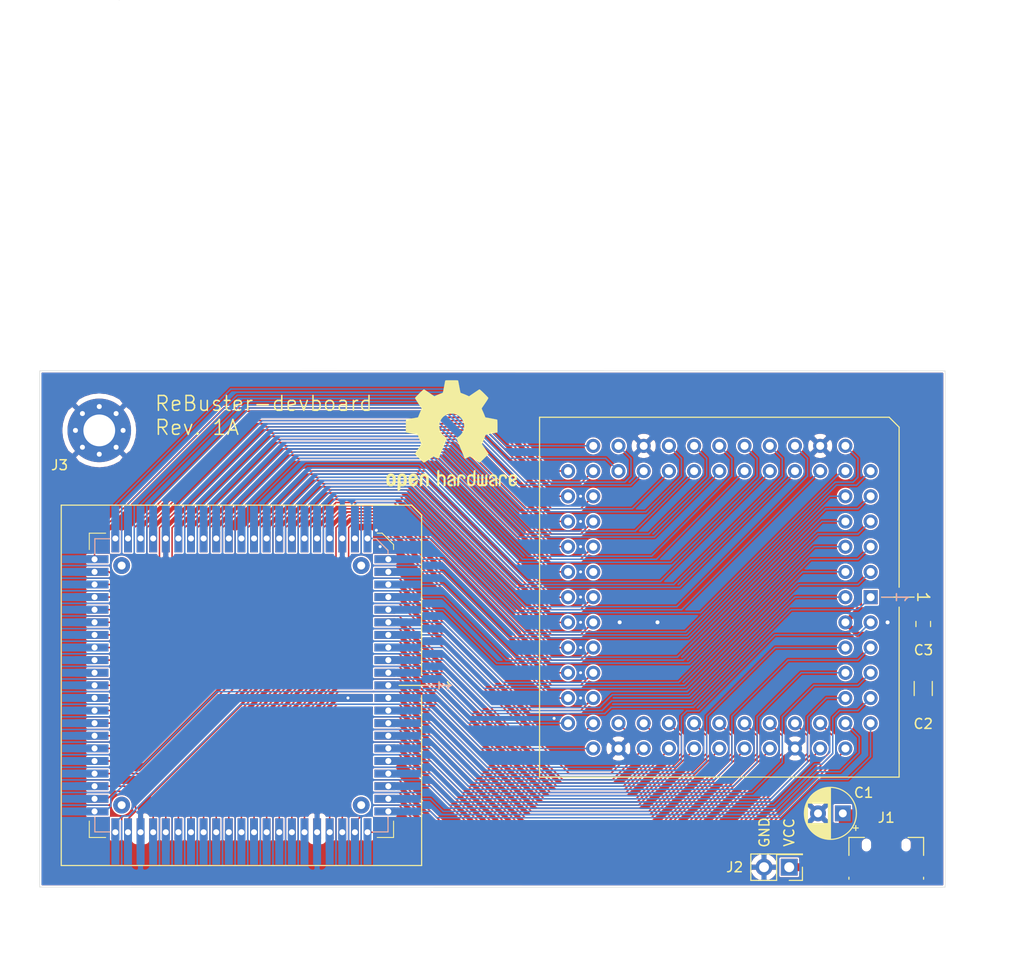
<source format=kicad_pcb>
(kicad_pcb (version 20171130) (host pcbnew "(5.1.12-1-10_14)")
  (layers (0 F.Cu signal) (1 GND.Cu power) (2 VCC.Cu power) (31 B.Cu signal) (34 B.Paste user) (35 F.Paste user) (36 B.SilkS user) (37 F.SilkS user) (38 B.Mask user) (39 F.Mask user) (44 Edge.Cuts user))
  (net 0 "")
  (net 1 VCC)
  (net 2 GND)
  (net 3 "Net-(J1-Pad2)")
  (net 4 "Net-(J1-Pad3)")
  (net 5 "Net-(J1-Pad4)")
  (net 6 AS)
  (net 7 RW)
  (net 8 RESET)
  (net 9 CDAC)
  (net 10 A3)
  (net 11 A2)
  (net 12 A1)
  (net 13 CCS)
  (net 14 FCS)
  (net 15 STERM)
  (net 16 DSACK1)
  (net 17 DSACK0)
  (net 18 DS)
  (net 19 SIZ1)
  (net 20 SIZ0)
  (net 21 A0)
  (net 22 WAIT)
  (net 23 DOE)
  (net 24 DTACK)
  (net 25 MTACK)
  (net 26 CIIN)
  (net 27 SBG)
  (net 28 SBR)
  (net 29 RMC)
  (net 30 C7M)
  (net 31 BGACK)
  (net 32 BG)
  (net 33 BR)
  (net 34 DBOE0)
  (net 35 DBOE1)
  (net 36 D2P)
  (net 37 CPUCLK)
  (net 38 BERR)
  (net 39 HLT)
  (net 40 OWN)
  (net 41 MS1)
  (net 42 ADDRZ3)
  (net 43 MEMZ2)
  (net 44 IOZ2)
  (net 45 CBACK)
  (net 46 CBREQ)
  (net 47 CINH)
  (net 48 MTCR)
  (net 49 MS2)
  (net 50 ABOE0)
  (net 51 ABOE2)
  (net 52 LOCK_EA1)
  (net 53 EDS3)
  (net 54 EDS2)
  (net 55 READ)
  (net 56 DBLT)
  (net 57 DBR16)
  (net 58 EA3)
  (net 59 EA2)
  (net 60 SLAVE4)
  (net 61 CLK90)
  (net 62 EBGACK)
  (net 63 EDS1)
  (net 64 BINT)
  (net 65 MS0)
  (net 66 EBR0)
  (net 67 EBR1)
  (net 68 EBR2)
  (net 69 EBR3)
  (net 70 EBR4)
  (net 71 ABOE1)
  (net 72 EBG0)
  (net 73 EBG1)
  (net 74 EBG2)
  (net 75 EBG3)
  (net 76 EBG4)
  (net 77 BIGZ)
  (net 78 SLAVE0)
  (net 79 SLAVE1)
  (net 80 SLAVE2)
  (net 81 SLAVE3)
  (net 82 EBCLR)
  (net 83 EDS0)
  (module Package_LCC:PLCC-84_THT-Socket (layer F.Cu) (at 201 107.43 270)
    (fp_text reference U3 hide)
    (fp_text value Super_Buster_TH_socket hide)
    (pad 72 thru_hole circle (at 15.24 5.08 270) (size 1.4224 1.4224) (drill 0.8) (layers *.Cu *.Mask) (net 74 EBG2))
    (pad 70 thru_hole circle (at 15.24 7.62 270) (size 1.4224 1.4224) (drill 0.8) (layers *.Cu *.Mask) (net 2 GND))
    (pad 68 thru_hole circle (at 15.24 10.16 270) (size 1.4224 1.4224) (drill 0.8) (layers *.Cu *.Mask) (net 77 BIGZ))
    (pad 66 thru_hole circle (at 15.24 12.7 270) (size 1.4224 1.4224) (drill 0.8) (layers *.Cu *.Mask) (net 79 SLAVE1))
    (pad 64 thru_hole circle (at 15.24 15.24 270) (size 1.4224 1.4224) (drill 0.8) (layers *.Cu *.Mask) (net 81 SLAVE3))
    (pad 62 thru_hole circle (at 15.24 17.78 270) (size 1.4224 1.4224) (drill 0.8) (layers *.Cu *.Mask) (net 83 EDS0))
    (pad 60 thru_hole circle (at 15.24 20.32 270) (size 1.4224 1.4224) (drill 0.8) (layers *.Cu *.Mask) (net 59 EA2))
    (pad 58 thru_hole circle (at 15.24 22.86 270) (size 1.4224 1.4224) (drill 0.8) (layers *.Cu *.Mask) (net 61 CLK90))
    (pad 56 thru_hole circle (at 15.24 25.4 270) (size 1.4224 1.4224) (drill 0.8) (layers *.Cu *.Mask) (net 2 GND))
    (pad 54 thru_hole circle (at 15.24 27.94 270) (size 1.4224 1.4224) (drill 0.8) (layers *.Cu *.Mask) (net 41 MS1))
    (pad 73 thru_hole circle (at 12.7 5.08 270) (size 1.4224 1.4224) (drill 0.8) (layers *.Cu *.Mask) (net 73 EBG1))
    (pad 71 thru_hole circle (at 12.7 7.62 270) (size 1.4224 1.4224) (drill 0.8) (layers *.Cu *.Mask) (net 75 EBG3))
    (pad 69 thru_hole circle (at 12.7 10.16 270) (size 1.4224 1.4224) (drill 0.8) (layers *.Cu *.Mask) (net 76 EBG4))
    (pad 67 thru_hole circle (at 12.7 12.7 270) (size 1.4224 1.4224) (drill 0.8) (layers *.Cu *.Mask) (net 78 SLAVE0))
    (pad 65 thru_hole circle (at 12.7 15.24 270) (size 1.4224 1.4224) (drill 0.8) (layers *.Cu *.Mask) (net 80 SLAVE2))
    (pad 63 thru_hole circle (at 12.7 17.78 270) (size 1.4224 1.4224) (drill 0.8) (layers *.Cu *.Mask) (net 82 EBCLR))
    (pad 61 thru_hole circle (at 12.7 20.32 270) (size 1.4224 1.4224) (drill 0.8) (layers *.Cu *.Mask) (net 58 EA3))
    (pad 59 thru_hole circle (at 12.7 22.86 270) (size 1.4224 1.4224) (drill 0.8) (layers *.Cu *.Mask) (net 60 SLAVE4))
    (pad 57 thru_hole circle (at 12.7 25.4 270) (size 1.4224 1.4224) (drill 0.8) (layers *.Cu *.Mask) (net 62 EBGACK))
    (pad 55 thru_hole circle (at 12.7 27.94 270) (size 1.4224 1.4224) (drill 0.8) (layers *.Cu *.Mask) (net 40 OWN))
    (pad 53 thru_hole circle (at 12.7 30.48 270) (size 1.4224 1.4224) (drill 0.8) (layers *.Cu *.Mask) (net 42 ADDRZ3))
    (pad 51 thru_hole circle (at 10.16 30.48 270) (size 1.4224 1.4224) (drill 0.8) (layers *.Cu *.Mask) (net 44 IOZ2))
    (pad 49 thru_hole circle (at 7.62 30.48 270) (size 1.4224 1.4224) (drill 0.8) (layers *.Cu *.Mask) (net 46 CBREQ))
    (pad 47 thru_hole circle (at 5.08 30.48 270) (size 1.4224 1.4224) (drill 0.8) (layers *.Cu *.Mask) (net 47 CINH))
    (pad 45 thru_hole circle (at 2.54 30.48 270) (size 1.4224 1.4224) (drill 0.8) (layers *.Cu *.Mask) (net 49 MS2))
    (pad 43 thru_hole circle (at 0 30.48 270) (size 1.4224 1.4224) (drill 0.8) (layers *.Cu *.Mask) (net 51 ABOE2))
    (pad 41 thru_hole circle (at -2.54 30.48 270) (size 1.4224 1.4224) (drill 0.8) (layers *.Cu *.Mask) (net 52 LOCK_EA1))
    (pad 39 thru_hole circle (at -5.08 30.48 270) (size 1.4224 1.4224) (drill 0.8) (layers *.Cu *.Mask) (net 54 EDS2))
    (pad 37 thru_hole circle (at -7.62 30.48 270) (size 1.4224 1.4224) (drill 0.8) (layers *.Cu *.Mask) (net 56 DBLT))
    (pad 35 thru_hole circle (at -10.16 30.48 270) (size 1.4224 1.4224) (drill 0.8) (layers *.Cu *.Mask) (net 34 DBOE0))
    (pad 33 thru_hole circle (at -12.7 30.48 270) (size 1.4224 1.4224) (drill 0.8) (layers *.Cu *.Mask) (net 36 D2P))
    (pad 52 thru_hole circle (at 10.16 27.94 270) (size 1.4224 1.4224) (drill 0.8) (layers *.Cu *.Mask) (net 43 MEMZ2))
    (pad 50 thru_hole circle (at 7.62 27.94 270) (size 1.4224 1.4224) (drill 0.8) (layers *.Cu *.Mask) (net 45 CBACK))
    (pad 48 thru_hole circle (at 5.08 27.94 270) (size 1.4224 1.4224) (drill 0.8) (layers *.Cu *.Mask) (net 10 A3))
    (pad 46 thru_hole circle (at 2.54 27.94 270) (size 1.4224 1.4224) (drill 0.8) (layers *.Cu *.Mask) (net 48 MTCR))
    (pad 44 thru_hole circle (at 0 27.94 270) (size 1.4224 1.4224) (drill 0.8) (layers *.Cu *.Mask) (net 50 ABOE0))
    (pad 42 thru_hole circle (at -2.54 27.94 270) (size 1.4224 1.4224) (drill 0.8) (layers *.Cu *.Mask) (net 1 VCC))
    (pad 40 thru_hole circle (at -5.08 27.94 270) (size 1.4224 1.4224) (drill 0.8) (layers *.Cu *.Mask) (net 53 EDS3))
    (pad 38 thru_hole circle (at -7.62 27.94 270) (size 1.4224 1.4224) (drill 0.8) (layers *.Cu *.Mask) (net 55 READ))
    (pad 36 thru_hole circle (at -10.16 27.94 270) (size 1.4224 1.4224) (drill 0.8) (layers *.Cu *.Mask) (net 57 DBR16))
    (pad 34 thru_hole circle (at -12.7 27.94 270) (size 1.4224 1.4224) (drill 0.8) (layers *.Cu *.Mask) (net 35 DBOE1))
    (pad 32 thru_hole circle (at -15.24 27.94 270) (size 1.4224 1.4224) (drill 0.8) (layers *.Cu *.Mask) (net 9 CDAC))
    (pad 30 thru_hole circle (at -15.24 25.4 270) (size 1.4224 1.4224) (drill 0.8) (layers *.Cu *.Mask) (net 37 CPUCLK))
    (pad 28 thru_hole circle (at -15.24 22.86 270) (size 1.4224 1.4224) (drill 0.8) (layers *.Cu *.Mask) (net 2 GND))
    (pad 26 thru_hole circle (at -15.24 20.32 270) (size 1.4224 1.4224) (drill 0.8) (layers *.Cu *.Mask) (net 39 HLT))
    (pad 24 thru_hole circle (at -15.24 17.78 270) (size 1.4224 1.4224) (drill 0.8) (layers *.Cu *.Mask) (net 32 BG))
    (pad 22 thru_hole circle (at -15.24 15.24 270) (size 1.4224 1.4224) (drill 0.8) (layers *.Cu *.Mask) (net 22 WAIT))
    (pad 20 thru_hole circle (at -15.24 12.7 270) (size 1.4224 1.4224) (drill 0.8) (layers *.Cu *.Mask) (net 24 DTACK))
    (pad 18 thru_hole circle (at -15.24 10.16 270) (size 1.4224 1.4224) (drill 0.8) (layers *.Cu *.Mask) (net 26 CIIN))
    (pad 16 thru_hole circle (at -15.24 7.62 270) (size 1.4224 1.4224) (drill 0.8) (layers *.Cu *.Mask) (net 28 SBR))
    (pad 14 thru_hole circle (at -15.24 5.08 270) (size 1.4224 1.4224) (drill 0.8) (layers *.Cu *.Mask) (net 2 GND))
    (pad 12 thru_hole circle (at -15.24 2.54 270) (size 1.4224 1.4224) (drill 0.8) (layers *.Cu *.Mask) (net 16 DSACK1))
    (pad 31 thru_hole circle (at -12.7 25.4 270) (size 1.4224 1.4224) (drill 0.8) (layers *.Cu *.Mask) (net 30 C7M))
    (pad 29 thru_hole circle (at -12.7 22.86 270) (size 1.4224 1.4224) (drill 0.8) (layers *.Cu *.Mask) (net 8 RESET))
    (pad 27 thru_hole circle (at -12.7 20.32 270) (size 1.4224 1.4224) (drill 0.8) (layers *.Cu *.Mask) (net 38 BERR))
    (pad 25 thru_hole circle (at -12.7 17.78 270) (size 1.4224 1.4224) (drill 0.8) (layers *.Cu *.Mask) (net 31 BGACK))
    (pad 23 thru_hole circle (at -12.7 15.24 270) (size 1.4224 1.4224) (drill 0.8) (layers *.Cu *.Mask) (net 33 BR))
    (pad 21 thru_hole circle (at -12.7 12.7 270) (size 1.4224 1.4224) (drill 0.8) (layers *.Cu *.Mask) (net 23 DOE))
    (pad 19 thru_hole circle (at -12.7 10.16 270) (size 1.4224 1.4224) (drill 0.8) (layers *.Cu *.Mask) (net 25 MTACK))
    (pad 17 thru_hole circle (at -12.7 7.62 270) (size 1.4224 1.4224) (drill 0.8) (layers *.Cu *.Mask) (net 27 SBG))
    (pad 15 thru_hole circle (at -12.7 5.08 270) (size 1.4224 1.4224) (drill 0.8) (layers *.Cu *.Mask) (net 29 RMC))
    (pad 13 thru_hole circle (at -12.7 2.54 270) (size 1.4224 1.4224) (drill 0.8) (layers *.Cu *.Mask) (net 15 STERM))
    (pad 75 thru_hole circle (at 12.7 0 270) (size 1.4224 1.4224) (drill 0.8) (layers *.Cu *.Mask) (net 71 ABOE1))
    (pad 77 thru_hole circle (at 10.16 0 270) (size 1.4224 1.4224) (drill 0.8) (layers *.Cu *.Mask) (net 69 EBR3))
    (pad 79 thru_hole circle (at 7.62 0 270) (size 1.4224 1.4224) (drill 0.8) (layers *.Cu *.Mask) (net 67 EBR1))
    (pad 81 thru_hole circle (at 5.08 0 270) (size 1.4224 1.4224) (drill 0.8) (layers *.Cu *.Mask) (net 65 MS0))
    (pad 83 thru_hole circle (at 2.54 0 270) (size 1.4224 1.4224) (drill 0.8) (layers *.Cu *.Mask) (net 63 EDS1))
    (pad 11 thru_hole circle (at -12.7 0 270) (size 1.4224 1.4224) (drill 0.8) (layers *.Cu *.Mask) (net 17 DSACK0))
    (pad 9 thru_hole circle (at -10.16 0 270) (size 1.4224 1.4224) (drill 0.8) (layers *.Cu *.Mask) (net 6 AS))
    (pad 7 thru_hole circle (at -7.62 0 270) (size 1.4224 1.4224) (drill 0.8) (layers *.Cu *.Mask) (net 20 SIZ0))
    (pad 5 thru_hole circle (at -5.08 0 270) (size 1.4224 1.4224) (drill 0.8) (layers *.Cu *.Mask) (net 21 A0))
    (pad 3 thru_hole circle (at -2.54 0 270) (size 1.4224 1.4224) (drill 0.8) (layers *.Cu *.Mask) (net 11 A2))
    (pad 1 thru_hole rect (at 0 0 270) (size 1.4224 1.4224) (drill 0.8) (layers *.Cu *.Mask) (net 14 FCS))
    (pad 74 thru_hole circle (at 15.24 2.54 270) (size 1.4224 1.4224) (drill 0.8) (layers *.Cu *.Mask) (net 72 EBG0))
    (pad 76 thru_hole circle (at 12.7 2.54 270) (size 1.4224 1.4224) (drill 0.8) (layers *.Cu *.Mask) (net 70 EBR4))
    (pad 78 thru_hole circle (at 10.16 2.54 270) (size 1.4224 1.4224) (drill 0.8) (layers *.Cu *.Mask) (net 68 EBR2))
    (pad 80 thru_hole circle (at 7.62 2.54 270) (size 1.4224 1.4224) (drill 0.8) (layers *.Cu *.Mask) (net 66 EBR0))
    (pad 82 thru_hole circle (at 5.08 2.54 270) (size 1.4224 1.4224) (drill 0.8) (layers *.Cu *.Mask) (net 64 BINT))
    (pad 84 thru_hole circle (at 2.54 2.54 270) (size 1.4224 1.4224) (drill 0.8) (layers *.Cu *.Mask) (net 1 VCC))
    (pad 10 thru_hole circle (at -10.16 2.54 270) (size 1.4224 1.4224) (drill 0.8) (layers *.Cu *.Mask) (net 18 DS))
    (pad 8 thru_hole circle (at -7.62 2.54 270) (size 1.4224 1.4224) (drill 0.8) (layers *.Cu *.Mask) (net 19 SIZ1))
    (pad 6 thru_hole circle (at -5.08 2.54 270) (size 1.4224 1.4224) (drill 0.8) (layers *.Cu *.Mask) (net 7 RW))
    (pad 4 thru_hole circle (at -2.54 2.54 270) (size 1.4224 1.4224) (drill 0.8) (layers *.Cu *.Mask) (net 12 A1))
    (pad 2 thru_hole circle (at 0 2.54 270) (size 1.4224 1.4224) (drill 0.8) (layers *.Cu *.Mask) (net 13 CCS))
  )
  (module ReBuster-devboard:PLCC-84_SMD-Socket_TH_modded (layer F.Cu) (at 137.62 116.31 270)
    (fp_text reference U2 hide)
    (fp_text value Super_Buster_SMD_socket hide)
    (pad 74 thru_hole rect (at 14.7955 -12.7 270) (size 2.1 0.8) (drill 0.6 (offset -0.35 0)) (layers *.Cu *.Mask) (net 72 EBG0))
    (pad 73 thru_hole rect (at 14.7955 -11.43 270) (size 2.1 0.8) (drill 0.6 (offset -0.35 0)) (layers *.Cu *.Mask) (net 73 EBG1))
    (pad 72 thru_hole rect (at 14.7955 -10.16 270) (size 2.1 0.8) (drill 0.6 (offset -0.35 0)) (layers *.Cu *.Mask) (net 74 EBG2))
    (pad 71 thru_hole rect (at 14.7955 -8.89 270) (size 2.1 0.8) (drill 0.6 (offset -0.35 0)) (layers *.Cu *.Mask) (net 75 EBG3))
    (pad 70 thru_hole rect (at 14.7955 -7.62 270) (size 2.1 0.8) (drill 0.6 (offset -0.35 0)) (layers *.Cu *.Mask) (net 2 GND))
    (pad 69 thru_hole rect (at 14.7955 -6.35 270) (size 2.1 0.8) (drill 0.6 (offset -0.35 0)) (layers *.Cu *.Mask) (net 76 EBG4))
    (pad 68 thru_hole rect (at 14.7955 -5.08 270) (size 2.1 0.8) (drill 0.6 (offset -0.35 0)) (layers *.Cu *.Mask) (net 77 BIGZ))
    (pad 67 thru_hole rect (at 14.7955 -3.81 270) (size 2.1 0.8) (drill 0.6 (offset -0.35 0)) (layers *.Cu *.Mask) (net 78 SLAVE0))
    (pad 66 thru_hole rect (at 14.7955 -2.54 270) (size 2.1 0.8) (drill 0.6 (offset -0.35 0)) (layers *.Cu *.Mask) (net 79 SLAVE1))
    (pad 65 thru_hole rect (at 14.7955 -1.27 270) (size 2.1 0.8) (drill 0.6 (offset -0.35 0)) (layers *.Cu *.Mask) (net 80 SLAVE2))
    (pad 64 thru_hole rect (at 14.7955 0 270) (size 2.1 0.8) (drill 0.6 (offset -0.35 0)) (layers *.Cu *.Mask) (net 81 SLAVE3))
    (pad 63 thru_hole rect (at 14.7955 1.27 270) (size 2.1 0.8) (drill 0.6 (offset -0.35 0)) (layers *.Cu *.Mask) (net 82 EBCLR))
    (pad 62 thru_hole rect (at 14.7955 2.54 270) (size 2.1 0.8) (drill 0.6 (offset -0.35 0)) (layers *.Cu *.Mask) (net 83 EDS0))
    (pad 61 thru_hole rect (at 14.7955 3.81 270) (size 2.1 0.8) (drill 0.6 (offset -0.35 0)) (layers *.Cu *.Mask) (net 58 EA3))
    (pad 60 thru_hole rect (at 14.7955 5.08 270) (size 2.1 0.8) (drill 0.6 (offset -0.35 0)) (layers *.Cu *.Mask) (net 59 EA2))
    (pad 59 thru_hole rect (at 14.7955 6.35 270) (size 2.1 0.8) (drill 0.6 (offset -0.35 0)) (layers *.Cu *.Mask) (net 60 SLAVE4))
    (pad 58 thru_hole rect (at 14.7955 7.62 270) (size 2.1 0.8) (drill 0.6 (offset -0.35 0)) (layers *.Cu *.Mask) (net 61 CLK90))
    (pad 57 thru_hole rect (at 14.7955 8.89 270) (size 2.1 0.8) (drill 0.6 (offset -0.35 0)) (layers *.Cu *.Mask) (net 62 EBGACK))
    (pad 56 thru_hole rect (at 14.7955 10.16 270) (size 2.1 0.8) (drill 0.6 (offset -0.35 0)) (layers *.Cu *.Mask) (net 2 GND))
    (pad 55 thru_hole rect (at 14.7955 11.43 270) (size 2.1 0.8) (drill 0.6 (offset -0.35 0)) (layers *.Cu *.Mask) (net 40 OWN))
    (pad 54 thru_hole rect (at 14.7955 12.7 270) (size 2.1 0.8) (drill 0.6 (offset -0.35 0)) (layers *.Cu *.Mask) (net 41 MS1))
    (pad 53 thru_hole rect (at 12.7 14.7955 270) (size 0.8 2.1) (drill 0.6 (offset 0 -0.35)) (layers *.Cu *.Mask) (net 42 ADDRZ3))
    (pad 52 thru_hole rect (at 11.43 14.7955 270) (size 0.8 2.1) (drill 0.6 (offset 0 -0.35)) (layers *.Cu *.Mask) (net 43 MEMZ2))
    (pad 51 thru_hole rect (at 10.16 14.7955 270) (size 0.8 2.1) (drill 0.6 (offset 0 -0.35)) (layers *.Cu *.Mask) (net 44 IOZ2))
    (pad 50 thru_hole rect (at 8.89 14.7955 270) (size 0.8 2.1) (drill 0.6 (offset 0 -0.35)) (layers *.Cu *.Mask) (net 45 CBACK))
    (pad 49 thru_hole rect (at 7.62 14.7955 270) (size 0.8 2.1) (drill 0.6 (offset 0 -0.35)) (layers *.Cu *.Mask) (net 46 CBREQ))
    (pad 48 thru_hole rect (at 6.35 14.7955 270) (size 0.8 2.1) (drill 0.6 (offset 0 -0.35)) (layers *.Cu *.Mask) (net 10 A3))
    (pad 47 thru_hole rect (at 5.08 14.7955 270) (size 0.8 2.1) (drill 0.6 (offset 0 -0.35)) (layers *.Cu *.Mask) (net 47 CINH))
    (pad 46 thru_hole rect (at 3.81 14.7955 270) (size 0.8 2.1) (drill 0.6 (offset 0 -0.35)) (layers *.Cu *.Mask) (net 48 MTCR))
    (pad 45 thru_hole rect (at 2.54 14.7955 270) (size 0.8 2.1) (drill 0.6 (offset 0 -0.35)) (layers *.Cu *.Mask) (net 49 MS2))
    (pad 44 thru_hole rect (at 1.27 14.7955 270) (size 0.8 2.1) (drill 0.6 (offset 0 -0.35)) (layers *.Cu *.Mask) (net 50 ABOE0))
    (pad 43 thru_hole rect (at 0 14.7955 270) (size 0.8 2.1) (drill 0.6 (offset 0 -0.35)) (layers *.Cu *.Mask) (net 51 ABOE2))
    (pad 42 thru_hole rect (at -1.27 14.7955 270) (size 0.8 2.1) (drill 0.6 (offset 0 -0.35)) (layers *.Cu *.Mask) (net 1 VCC))
    (pad 41 thru_hole rect (at -2.54 14.7955 270) (size 0.8 2.1) (drill 0.6 (offset 0 -0.35)) (layers *.Cu *.Mask) (net 52 LOCK_EA1))
    (pad 40 thru_hole rect (at -3.81 14.7955 270) (size 0.8 2.1) (drill 0.6 (offset 0 -0.35)) (layers *.Cu *.Mask) (net 53 EDS3))
    (pad 39 thru_hole rect (at -5.08 14.7955 270) (size 0.8 2.1) (drill 0.6 (offset 0 -0.35)) (layers *.Cu *.Mask) (net 54 EDS2))
    (pad 38 thru_hole rect (at -6.35 14.7955 270) (size 0.8 2.1) (drill 0.6 (offset 0 -0.35)) (layers *.Cu *.Mask) (net 55 READ))
    (pad 37 thru_hole rect (at -7.62 14.7955 270) (size 0.8 2.1) (drill 0.6 (offset 0 -0.35)) (layers *.Cu *.Mask) (net 56 DBLT))
    (pad 36 thru_hole rect (at -8.8904 14.7955 270) (size 0.8 2.1) (drill 0.6 (offset 0 -0.35)) (layers *.Cu *.Mask) (net 57 DBR16))
    (pad 35 thru_hole rect (at -10.16 14.7955 270) (size 0.8 2.1) (drill 0.6 (offset 0 -0.35)) (layers *.Cu *.Mask) (net 34 DBOE0))
    (pad 34 thru_hole rect (at -11.43 14.7955 270) (size 0.8 2.1) (drill 0.6 (offset 0 -0.35)) (layers *.Cu *.Mask) (net 35 DBOE1))
    (pad 33 thru_hole rect (at -12.7 14.7955 270) (size 0.8 2.1) (drill 0.6 (offset 0 -0.35)) (layers *.Cu *.Mask) (net 36 D2P))
    (pad 32 thru_hole rect (at -14.7955 12.7 270) (size 2.1 0.8) (drill 0.6 (offset 0.35 0)) (layers *.Cu *.Mask) (net 9 CDAC))
    (pad 31 thru_hole rect (at -14.7955 11.43 270) (size 2.1 0.8) (drill 0.6 (offset 0.35 0)) (layers *.Cu *.Mask) (net 30 C7M))
    (pad 30 thru_hole rect (at -14.7955 10.16 270) (size 2.1 0.8) (drill 0.6 (offset 0.35 0)) (layers *.Cu *.Mask) (net 37 CPUCLK))
    (pad 29 thru_hole rect (at -14.7955 8.89 270) (size 2.1 0.8) (drill 0.6 (offset 0.35 0)) (layers *.Cu *.Mask) (net 8 RESET))
    (pad 28 thru_hole rect (at -14.7955 7.62 270) (size 2.1 0.8) (drill 0.6 (offset 0.35 0)) (layers *.Cu *.Mask) (net 2 GND))
    (pad 27 thru_hole rect (at -14.7955 6.35 270) (size 2.1 0.8) (drill 0.6 (offset 0.35 0)) (layers *.Cu *.Mask) (net 38 BERR))
    (pad 26 thru_hole rect (at -14.7955 5.08 270) (size 2.1 0.8) (drill 0.6 (offset 0.35 0)) (layers *.Cu *.Mask) (net 39 HLT))
    (pad 25 thru_hole rect (at -14.7955 3.81 270) (size 2.1 0.8) (drill 0.6 (offset 0.35 0)) (layers *.Cu *.Mask) (net 31 BGACK))
    (pad 24 thru_hole rect (at -14.7955 2.54 270) (size 2.1 0.8) (drill 0.6 (offset 0.35 0)) (layers *.Cu *.Mask) (net 32 BG))
    (pad 23 thru_hole rect (at -14.7955 1.27 270) (size 2.1 0.8) (drill 0.6 (offset 0.35 0)) (layers *.Cu *.Mask) (net 33 BR))
    (pad 22 thru_hole rect (at -14.7955 0 270) (size 2.1 0.8) (drill 0.6 (offset 0.35 0)) (layers *.Cu *.Mask) (net 22 WAIT))
    (pad 21 thru_hole rect (at -14.7955 -1.27 270) (size 2.1 0.8) (drill 0.6 (offset 0.35 0)) (layers *.Cu *.Mask) (net 23 DOE))
    (pad 20 thru_hole rect (at -14.7955 -2.54 270) (size 2.1 0.8) (drill 0.6 (offset 0.35 0)) (layers *.Cu *.Mask) (net 24 DTACK))
    (pad 19 thru_hole rect (at -14.7955 -3.81 270) (size 2.1 0.8) (drill 0.6 (offset 0.35 0)) (layers *.Cu *.Mask) (net 25 MTACK))
    (pad 18 thru_hole rect (at -14.7955 -5.08 270) (size 2.1 0.8) (drill 0.6 (offset 0.35 0)) (layers *.Cu *.Mask) (net 26 CIIN))
    (pad 17 thru_hole rect (at -14.7955 -6.35 270) (size 2.1 0.8) (drill 0.6 (offset 0.35 0)) (layers *.Cu *.Mask) (net 27 SBG))
    (pad 16 thru_hole rect (at -14.7955 -7.62 270) (size 2.1 0.8) (drill 0.6 (offset 0.35 0)) (layers *.Cu *.Mask) (net 28 SBR))
    (pad 15 thru_hole rect (at -14.7955 -8.89 270) (size 2.1 0.8) (drill 0.6 (offset 0.35 0)) (layers *.Cu *.Mask) (net 29 RMC))
    (pad 14 thru_hole rect (at -14.7955 -10.16 270) (size 2.1 0.8) (drill 0.6 (offset 0.35 0)) (layers *.Cu *.Mask) (net 2 GND))
    (pad 13 thru_hole rect (at -14.7955 -11.43 270) (size 2.1 0.8) (drill 0.6 (offset 0.35 0)) (layers *.Cu *.Mask) (net 15 STERM))
    (pad 12 thru_hole rect (at -14.7955 -12.7 270) (size 2.1 0.8) (drill 0.6 (offset 0.35 0)) (layers *.Cu *.Mask) (net 16 DSACK1))
    (pad 75 thru_hole rect (at 12.7 -14.7955 270) (size 0.8 2.1) (drill 0.6 (offset 0 0.35)) (layers *.Cu *.Mask) (net 71 ABOE1))
    (pad 76 thru_hole rect (at 11.43 -14.7955 270) (size 0.8 2.1) (drill 0.6 (offset 0 0.35)) (layers *.Cu *.Mask) (net 70 EBR4))
    (pad 77 thru_hole rect (at 10.16 -14.7955 270) (size 0.8 2.1) (drill 0.6 (offset 0 0.35)) (layers *.Cu *.Mask) (net 69 EBR3))
    (pad 78 thru_hole rect (at 8.89 -14.7955 270) (size 0.8 2.1) (drill 0.6 (offset 0 0.35)) (layers *.Cu *.Mask) (net 68 EBR2))
    (pad 79 thru_hole rect (at 7.62 -14.7955 270) (size 0.8 2.1) (drill 0.6 (offset 0 0.35)) (layers *.Cu *.Mask) (net 67 EBR1))
    (pad 80 thru_hole rect (at 6.35 -14.7955 270) (size 0.8 2.1) (drill 0.6 (offset 0 0.35)) (layers *.Cu *.Mask) (net 66 EBR0))
    (pad 81 thru_hole rect (at 5.08 -14.7955 270) (size 0.8 2.1) (drill 0.6 (offset 0 0.35)) (layers *.Cu *.Mask) (net 65 MS0))
    (pad 82 thru_hole rect (at 3.81 -14.7955 270) (size 0.8 2.1) (drill 0.6 (offset 0 0.35)) (layers *.Cu *.Mask) (net 64 BINT))
    (pad 83 thru_hole rect (at 2.54 -14.7955 270) (size 0.8 2.1) (drill 0.6 (offset 0 0.35)) (layers *.Cu *.Mask) (net 63 EDS1))
    (pad 84 thru_hole rect (at 1.27 -14.7955 270) (size 0.8 2.1) (drill 0.6 (offset 0 0.35)) (layers *.Cu *.Mask) (net 1 VCC))
    (pad 11 thru_hole rect (at -12.7 -14.7955 270) (size 0.8 2.1) (drill 0.6 (offset 0 0.35)) (layers *.Cu *.Mask) (net 17 DSACK0))
    (pad 10 thru_hole rect (at -11.43 -14.7955 270) (size 0.8 2.1) (drill 0.6 (offset 0 0.35)) (layers *.Cu *.Mask) (net 18 DS))
    (pad 9 thru_hole rect (at -10.16 -14.7955 270) (size 0.8 2.1) (drill 0.6 (offset 0 0.35)) (layers *.Cu *.Mask) (net 6 AS))
    (pad 8 thru_hole rect (at -8.89 -14.7955 270) (size 0.8 2.1) (drill 0.6 (offset 0 0.35)) (layers *.Cu *.Mask) (net 19 SIZ1))
    (pad 7 thru_hole rect (at -7.62 -14.7955 270) (size 0.8 2.1) (drill 0.6 (offset 0 0.35)) (layers *.Cu *.Mask) (net 20 SIZ0))
    (pad 6 thru_hole rect (at -6.35 -14.7955 270) (size 0.8 2.1) (drill 0.6 (offset 0 0.35)) (layers *.Cu *.Mask) (net 7 RW))
    (pad 5 thru_hole rect (at -5.08 -14.7955 270) (size 0.8 2.1) (drill 0.6 (offset 0 0.35)) (layers *.Cu *.Mask) (net 21 A0))
    (pad 4 thru_hole rect (at -3.81 -14.7955 270) (size 0.8 2.1) (drill 0.6 (offset 0 0.35)) (layers *.Cu *.Mask) (net 12 A1))
    (pad 3 thru_hole rect (at -2.54 -14.7955 270) (size 0.8 2.1) (drill 0.6 (offset 0 0.35)) (layers *.Cu *.Mask) (net 11 A2))
    (pad 2 thru_hole rect (at -1.27 -14.7955 270) (size 0.8 2.1) (drill 0.6 (offset 0 0.35)) (layers *.Cu *.Mask) (net 13 CCS))
    (pad 1 thru_hole rect (at 0 -14.7955 270) (size 0.8 2.1) (drill 0.6 (offset 0 0.35)) (layers *.Cu *.Mask) (net 14 FCS))
    (pad "" thru_hole oval (at -12.065 -12.065 270) (size 1.7 1.7) (drill 0.8) (layers *.Cu *.Mask))
    (pad "" thru_hole oval (at -12.065 12.065 270) (size 1.7 1.7) (drill 0.8) (layers *.Cu *.Mask))
    (pad "" thru_hole oval (at 12.065 12.065 270) (size 1.7 1.7) (drill 0.8) (layers *.Cu *.Mask))
    (pad "" thru_hole oval (at 12.065 -12.065 270) (size 1.7 1.7) (drill 0.8) (layers *.Cu *.Mask))
  )
  (module ReBuster-devboard:PLCC-84_Plug_P1.27mm_mirrored (layer B.Cu) (at 137.62 116.31 180)
    (fp_text reference U1 hide)
    (fp_text value PLCC-84-Plug hide)
    (pad 22 smd rect (at 0 16.6624 180) (size 0.8 2.8) (layers B.Cu B.Paste B.Mask) (net 22 WAIT))
    (pad 21 smd rect (at -1.27 16.6624 180) (size 0.8 2.8) (layers B.Cu B.Paste B.Mask) (net 23 DOE))
    (pad 20 smd rect (at -2.54 16.6624 180) (size 0.8 2.8) (layers B.Cu B.Paste B.Mask) (net 24 DTACK))
    (pad 19 smd rect (at -3.81 16.6624 180) (size 0.8 2.8) (layers B.Cu B.Paste B.Mask) (net 25 MTACK))
    (pad 18 smd rect (at -5.08 16.6624 180) (size 0.8 2.8) (layers B.Cu B.Paste B.Mask) (net 26 CIIN))
    (pad 17 smd rect (at -6.35 16.6624 180) (size 0.8 2.8) (layers B.Cu B.Paste B.Mask) (net 27 SBG))
    (pad 16 smd rect (at -7.62 16.6624 180) (size 0.8 2.8) (layers B.Cu B.Paste B.Mask) (net 28 SBR))
    (pad 15 smd rect (at -8.89 16.6624 180) (size 0.8 2.8) (layers B.Cu B.Paste B.Mask) (net 29 RMC))
    (pad 14 smd rect (at -10.16 16.6624 180) (size 0.8 2.8) (layers B.Cu B.Paste B.Mask) (net 2 GND))
    (pad 13 smd rect (at -11.43 16.6624 180) (size 0.8 2.8) (layers B.Cu B.Paste B.Mask) (net 15 STERM))
    (pad 12 smd rect (at -12.7 16.6624 180) (size 0.8 2.8) (layers B.Cu B.Paste B.Mask) (net 16 DSACK1))
    (pad 11 smd rect (at -16.6624 12.7 180) (size 2.8 0.8) (layers B.Cu B.Paste B.Mask) (net 17 DSACK0))
    (pad 10 smd rect (at -16.6624 11.43 180) (size 2.8 0.8) (layers B.Cu B.Paste B.Mask) (net 18 DS))
    (pad 9 smd rect (at -16.6624 10.16 180) (size 2.8 0.8) (layers B.Cu B.Paste B.Mask) (net 6 AS))
    (pad 8 smd rect (at -16.6624 8.89 180) (size 2.8 0.8) (layers B.Cu B.Paste B.Mask) (net 19 SIZ1))
    (pad 7 smd rect (at -16.6624 7.62 180) (size 2.8 0.8) (layers B.Cu B.Paste B.Mask) (net 20 SIZ0))
    (pad 6 smd rect (at -16.6624 6.35 180) (size 2.8 0.8) (layers B.Cu B.Paste B.Mask) (net 7 RW))
    (pad 5 smd rect (at -16.6624 5.08 180) (size 2.8 0.8) (layers B.Cu B.Paste B.Mask) (net 21 A0))
    (pad 4 smd rect (at -16.6624 3.81 180) (size 2.8 0.8) (layers B.Cu B.Paste B.Mask) (net 12 A1))
    (pad 3 smd rect (at -16.6624 2.54 180) (size 2.8 0.8) (layers B.Cu B.Paste B.Mask) (net 11 A2))
    (pad 2 smd rect (at -16.6624 1.27 180) (size 2.8 0.8) (layers B.Cu B.Paste B.Mask) (net 13 CCS))
    (pad 1 smd rect (at -16.6624 0 180) (size 2.8 0.8) (layers B.Cu B.Paste B.Mask) (net 14 FCS))
    (pad 84 smd rect (at -16.6624 -1.27 180) (size 2.8 0.8) (layers B.Cu B.Paste B.Mask) (net 1 VCC))
    (pad 83 smd rect (at -16.6624 -2.54 180) (size 2.8 0.8) (layers B.Cu B.Paste B.Mask) (net 63 EDS1))
    (pad 82 smd rect (at -16.6624 -3.81 180) (size 2.8 0.8) (layers B.Cu B.Paste B.Mask) (net 64 BINT))
    (pad 81 smd rect (at -16.6624 -5.08 180) (size 2.8 0.8) (layers B.Cu B.Paste B.Mask) (net 65 MS0))
    (pad 80 smd rect (at -16.6624 -6.35 180) (size 2.8 0.8) (layers B.Cu B.Paste B.Mask) (net 66 EBR0))
    (pad 79 smd rect (at -16.6624 -7.62 180) (size 2.8 0.8) (layers B.Cu B.Paste B.Mask) (net 67 EBR1))
    (pad 78 smd rect (at -16.6624 -8.89 180) (size 2.8 0.8) (layers B.Cu B.Paste B.Mask) (net 68 EBR2))
    (pad 77 smd rect (at -16.6624 -10.16 180) (size 2.8 0.8) (layers B.Cu B.Paste B.Mask) (net 69 EBR3))
    (pad 76 smd rect (at -16.6624 -11.43 180) (size 2.8 0.8) (layers B.Cu B.Paste B.Mask) (net 70 EBR4))
    (pad 75 smd rect (at -16.6624 -12.7 180) (size 2.8 0.8) (layers B.Cu B.Paste B.Mask) (net 71 ABOE1))
    (pad 74 smd rect (at -12.7 -16.6624 180) (size 0.8 2.8) (layers B.Cu B.Paste B.Mask) (net 72 EBG0))
    (pad 73 smd rect (at -11.43 -16.6624 180) (size 0.8 2.8) (layers B.Cu B.Paste B.Mask) (net 73 EBG1))
    (pad 72 smd rect (at -10.16 -16.6624 180) (size 0.8 2.8) (layers B.Cu B.Paste B.Mask) (net 74 EBG2))
    (pad 71 smd rect (at -8.89 -16.6624 180) (size 0.8 2.8) (layers B.Cu B.Paste B.Mask) (net 75 EBG3))
    (pad 70 smd rect (at -7.62 -16.6624 180) (size 0.8 2.8) (layers B.Cu B.Paste B.Mask) (net 2 GND))
    (pad 69 smd rect (at -6.35 -16.6624 180) (size 0.8 2.8) (layers B.Cu B.Paste B.Mask) (net 76 EBG4))
    (pad 68 smd rect (at -5.08 -16.6624 180) (size 0.8 2.8) (layers B.Cu B.Paste B.Mask) (net 77 BIGZ))
    (pad 67 smd rect (at -3.81 -16.6624 180) (size 0.8 2.8) (layers B.Cu B.Paste B.Mask) (net 78 SLAVE0))
    (pad 66 smd rect (at -2.54 -16.6624 180) (size 0.8 2.8) (layers B.Cu B.Paste B.Mask) (net 79 SLAVE1))
    (pad 65 smd rect (at -1.27 -16.6624 180) (size 0.8 2.8) (layers B.Cu B.Paste B.Mask) (net 80 SLAVE2))
    (pad 64 smd rect (at 0 -16.6624 180) (size 0.8 2.8) (layers B.Cu B.Paste B.Mask) (net 81 SLAVE3))
    (pad 63 smd rect (at 1.27 -16.6624 180) (size 0.8 2.8) (layers B.Cu B.Paste B.Mask) (net 82 EBCLR))
    (pad 62 smd rect (at 2.54 -16.6624 180) (size 0.8 2.8) (layers B.Cu B.Paste B.Mask) (net 83 EDS0))
    (pad 61 smd rect (at 3.81 -16.6624 180) (size 0.8 2.8) (layers B.Cu B.Paste B.Mask) (net 58 EA3))
    (pad 60 smd rect (at 5.08 -16.6624 180) (size 0.8 2.8) (layers B.Cu B.Paste B.Mask) (net 59 EA2))
    (pad 59 smd rect (at 6.35 -16.6624 180) (size 0.8 2.8) (layers B.Cu B.Paste B.Mask) (net 60 SLAVE4))
    (pad 58 smd rect (at 7.62 -16.6624 180) (size 0.8 2.8) (layers B.Cu B.Paste B.Mask) (net 61 CLK90))
    (pad 57 smd rect (at 8.89 -16.6624 180) (size 0.8 2.8) (layers B.Cu B.Paste B.Mask) (net 62 EBGACK))
    (pad 56 smd rect (at 10.16 -16.6624 180) (size 0.8 2.8) (layers B.Cu B.Paste B.Mask) (net 2 GND))
    (pad 55 smd rect (at 11.43 -16.6624 180) (size 0.8 2.8) (layers B.Cu B.Paste B.Mask) (net 40 OWN))
    (pad 54 smd rect (at 12.7 -16.6624 180) (size 0.8 2.8) (layers B.Cu B.Paste B.Mask) (net 41 MS1))
    (pad 53 smd rect (at 16.6624 -12.7 180) (size 2.8 0.8) (layers B.Cu B.Paste B.Mask) (net 42 ADDRZ3))
    (pad 52 smd rect (at 16.6624 -11.43 180) (size 2.8 0.8) (layers B.Cu B.Paste B.Mask) (net 43 MEMZ2))
    (pad 51 smd rect (at 16.6624 -10.16 180) (size 2.8 0.8) (layers B.Cu B.Paste B.Mask) (net 44 IOZ2))
    (pad 50 smd rect (at 16.6624 -8.89 180) (size 2.8 0.8) (layers B.Cu B.Paste B.Mask) (net 45 CBACK))
    (pad 49 smd rect (at 16.6624 -7.62 180) (size 2.8 0.8) (layers B.Cu B.Paste B.Mask) (net 46 CBREQ))
    (pad 48 smd rect (at 16.6624 -6.35 180) (size 2.8 0.8) (layers B.Cu B.Paste B.Mask) (net 10 A3))
    (pad 47 smd rect (at 16.6624 -5.08 180) (size 2.8 0.8) (layers B.Cu B.Paste B.Mask) (net 47 CINH))
    (pad 46 smd rect (at 16.6624 -3.81 180) (size 2.8 0.8) (layers B.Cu B.Paste B.Mask) (net 48 MTCR))
    (pad 45 smd rect (at 16.6624 -2.54 180) (size 2.8 0.8) (layers B.Cu B.Paste B.Mask) (net 49 MS2))
    (pad 44 smd rect (at 16.6624 -1.27 180) (size 2.8 0.8) (layers B.Cu B.Paste B.Mask) (net 50 ABOE0))
    (pad 43 smd rect (at 16.6624 0 180) (size 2.8 0.8) (layers B.Cu B.Paste B.Mask) (net 51 ABOE2))
    (pad 42 smd rect (at 16.6624 1.27 180) (size 2.8 0.8) (layers B.Cu B.Paste B.Mask) (net 1 VCC))
    (pad 41 smd rect (at 16.6624 2.54 180) (size 2.8 0.8) (layers B.Cu B.Paste B.Mask) (net 52 LOCK_EA1))
    (pad 40 smd rect (at 16.6624 3.81 180) (size 2.8 0.8) (layers B.Cu B.Paste B.Mask) (net 53 EDS3))
    (pad 39 smd rect (at 16.6624 5.08 180) (size 2.8 0.8) (layers B.Cu B.Paste B.Mask) (net 54 EDS2))
    (pad 38 smd rect (at 16.6624 6.35 180) (size 2.8 0.8) (layers B.Cu B.Paste B.Mask) (net 55 READ))
    (pad 37 smd rect (at 16.6624 7.62 180) (size 2.8 0.8) (layers B.Cu B.Paste B.Mask) (net 56 DBLT))
    (pad 36 smd rect (at 16.6624 8.89 180) (size 2.8 0.8) (layers B.Cu B.Paste B.Mask) (net 57 DBR16))
    (pad 35 smd rect (at 16.6624 10.16 180) (size 2.8 0.8) (layers B.Cu B.Paste B.Mask) (net 34 DBOE0))
    (pad 34 smd rect (at 16.6624 11.43 180) (size 2.8 0.8) (layers B.Cu B.Paste B.Mask) (net 35 DBOE1))
    (pad 33 smd rect (at 16.6624 12.7 180) (size 2.8 0.8) (layers B.Cu B.Paste B.Mask) (net 36 D2P))
    (pad 32 smd rect (at 12.7 16.6624 180) (size 0.8 2.8) (layers B.Cu B.Paste B.Mask) (net 9 CDAC))
    (pad 31 smd rect (at 11.43 16.6624 180) (size 0.8 2.8) (layers B.Cu B.Paste B.Mask) (net 30 C7M))
    (pad 30 smd rect (at 10.16 16.6624 180) (size 0.8 2.8) (layers B.Cu B.Paste B.Mask) (net 37 CPUCLK))
    (pad 29 smd rect (at 8.89 16.6624 180) (size 0.8 2.8) (layers B.Cu B.Paste B.Mask) (net 8 RESET))
    (pad 28 smd rect (at 7.62 16.6624 180) (size 0.8 2.8) (layers B.Cu B.Paste B.Mask) (net 2 GND))
    (pad 27 smd rect (at 6.35 16.6624 180) (size 0.8 2.8) (layers B.Cu B.Paste B.Mask) (net 38 BERR))
    (pad 26 smd rect (at 5.08 16.6624 180) (size 0.8 2.8) (layers B.Cu B.Paste B.Mask) (net 39 HLT))
    (pad 25 smd rect (at 3.81 16.6624 180) (size 0.8 2.8) (layers B.Cu B.Paste B.Mask) (net 31 BGACK))
    (pad 24 smd rect (at 2.54 16.6624 180) (size 0.8 2.8) (layers B.Cu B.Paste B.Mask) (net 32 BG))
    (pad 23 smd rect (at 1.27 16.6624 180) (size 0.8 2.8) (layers B.Cu B.Paste B.Mask) (net 33 BR))
  )
  (module ReBuster-devboard:USB_Micro-B_Unknown_5s_SMT (layer F.Cu) (at 202.574 132.241)
    (fp_text reference J1 (at 0 -2.6 180) (layer F.SilkS))
    (fp_text value USB_B_Micro hide)
    (pad 2 smd rect (at -0.65 -0.6) (size 0.4 1.8) (layers F.Cu F.Paste F.Mask) (net 3 "Net-(J1-Pad2)"))
    (pad 1 smd rect (at -1.3 -0.6) (size 0.4 1.8) (layers F.Cu F.Paste F.Mask) (net 1 VCC))
    (pad 3 smd rect (at 0 -0.6) (size 0.4 1.8) (layers F.Cu F.Paste F.Mask) (net 4 "Net-(J1-Pad3)"))
    (pad 4 smd rect (at 0.65 -0.6) (size 0.4 1.8) (layers F.Cu F.Paste F.Mask) (net 5 "Net-(J1-Pad4)"))
    (pad 5 smd rect (at 1.3 -0.6) (size 0.4 1.8) (layers F.Cu F.Paste F.Mask) (net 2 GND))
    (pad "" np_thru_hole oval (at -2 0.15) (size 0.65 1) (drill oval 0.65 1) (layers *.Cu *.Mask))
    (pad "" np_thru_hole oval (at 2 0.15) (size 0.65 1) (drill oval 0.65 1) (layers *.Cu *.Mask))
    (pad 6 smd rect (at -3.95 2.3) (size 1.9 1.9) (layers F.Cu F.Paste F.Mask) (net 2 GND))
    (pad 6 smd rect (at 3.95 2.3) (size 1.9 1.9) (layers F.Cu F.Paste F.Mask) (net 2 GND))
    (pad 6 smd rect (at 1.2 2.3) (size 1.9 1.9) (layers F.Cu F.Paste F.Mask) (net 2 GND))
    (pad 6 smd rect (at -1.2 2.3) (size 1.9 1.9) (layers F.Cu F.Paste F.Mask) (net 2 GND))
  )
  (module Symbol:OSHW-Logo2_14.6x12mm_SilkScreen (layer F.Cu) (at 158.8 91.13)
    (fp_text reference REF** hide)
    (fp_text value OSHW-Logo2_14.6x12mm_SilkScreen hide)
  )
  (module MountingHole:MountingHole_3.2mm_M3_Pad_Via (layer F.Cu) (at 123.3 90.63)
    (fp_text reference J3 (at -4 3.5) (layer F.SilkS))
    (fp_text value Conn_01x01 hide)
    (pad 1 thru_hole circle (at 1.697056 -1.697056) (size 0.8 0.8) (drill 0.5) (layers *.Cu *.Mask) (net 2 GND))
    (pad 1 thru_hole circle (at 0 -2.4) (size 0.8 0.8) (drill 0.5) (layers *.Cu *.Mask) (net 2 GND))
    (pad 1 thru_hole circle (at -1.697056 -1.697056) (size 0.8 0.8) (drill 0.5) (layers *.Cu *.Mask) (net 2 GND))
    (pad 1 thru_hole circle (at -2.4 0) (size 0.8 0.8) (drill 0.5) (layers *.Cu *.Mask) (net 2 GND))
    (pad 1 thru_hole circle (at -1.697056 1.697056) (size 0.8 0.8) (drill 0.5) (layers *.Cu *.Mask) (net 2 GND))
    (pad 1 thru_hole circle (at 0 2.4) (size 0.8 0.8) (drill 0.5) (layers *.Cu *.Mask) (net 2 GND))
    (pad 1 thru_hole circle (at 1.697056 1.697056) (size 0.8 0.8) (drill 0.5) (layers *.Cu *.Mask) (net 2 GND))
    (pad 1 thru_hole circle (at 2.4 0) (size 0.8 0.8) (drill 0.5) (layers *.Cu *.Mask) (net 2 GND))
    (pad 1 thru_hole circle (at 0 0) (size 6.4 6.4) (drill 3.2) (layers *.Cu *.Mask) (net 2 GND))
  )
  (module Capacitor_SMD:C_0805_2012Metric_Pad1.18x1.45mm_HandSolder (layer F.Cu) (at 206.3 110.13 270)
    (fp_text reference C3 (at 2.6305 -0.027 180) (layer F.SilkS))
    (fp_text value 0.1uF hide)
    (pad 2 smd roundrect (at 1.0375 0 270) (size 1.175 1.45) (layers F.Cu F.Paste F.Mask) (roundrect_rratio 0.2127659574468085) (net 1 VCC))
    (pad 1 smd roundrect (at -1.0375 0 270) (size 1.175 1.45) (layers F.Cu F.Paste F.Mask) (roundrect_rratio 0.2127659574468085) (net 2 GND))
  )
  (module Capacitor_SMD:C_1206_3216Metric_Pad1.33x1.80mm_HandSolder (layer F.Cu) (at 206.3 116.63 90)
    (fp_text reference C2 (at -3.56 0 180) (layer F.SilkS))
    (fp_text value 10uF hide)
    (pad 2 smd roundrect (at 1.5625 0 90) (size 1.325 1.8) (layers F.Cu F.Paste F.Mask) (roundrect_rratio 0.1886784905660377) (net 1 VCC))
    (pad 1 smd roundrect (at -1.5625 0 90) (size 1.325 1.8) (layers F.Cu F.Paste F.Mask) (roundrect_rratio 0.1886784905660377) (net 2 GND))
  )
  (module Capacitor_THT:CP_Radial_D5.0mm_P2.50mm (layer F.Cu) (at 198.199 129.207 180)
    (fp_text reference C1 (at -2.101 2.077) (layer F.SilkS))
    (fp_text value "100uF Radial Pitch_2.5mm" hide)
    (pad 2 thru_hole circle (at 2.5 0 180) (size 1.6 1.6) (drill 0.8) (layers *.Cu *.Mask) (net 2 GND))
    (pad 1 thru_hole rect (at 0 0 180) (size 1.6 1.6) (drill 0.8) (layers *.Cu *.Mask) (net 1 VCC))
  )
  (module Connector_PinHeader_2.54mm:PinHeader_2x01_P2.54mm_Vertical (layer F.Cu) (at 192.8 134.63 180)
    (fp_text reference J2 (at 5.5 0) (layer F.SilkS))
    (fp_text value Conn_02x01 hide)
    (pad 2 thru_hole oval (at 2.54 0 180) (size 1.7 1.7) (drill 1) (layers *.Cu *.Mask) (net 2 GND))
    (pad 1 thru_hole rect (at 0 0 180) (size 1.7 1.7) (drill 1) (layers *.Cu *.Mask) (net 1 VCC))
  )
  (gr_line (start 203.2474 107.4265) (end 202.1171 107.4265) (layer B.SilkS) (width 0.12))
  (gr_text 1 (at 204.1491 107.4265 270) (layer B.SilkS) (effects (font (size 1.2 1.2)) (justify mirror)))
  (gr_line (start 205.381 107.4265) (end 202.0979 107.4265) (layer F.SilkS) (width 0.12))
  (gr_text 1 (at 206.3081 107.4265 270) (layer F.SilkS) (effects (font (size 1.2 1.2))))
  (gr_line (start 117.3 84.63) (end 117.3 136.63) (layer Edge.Cuts) (width 0.05))
  (gr_line (start 117.3 84.63) (end 208.5 84.64) (layer Edge.Cuts) (width 0.05))
  (gr_line (start 208.5 84.64) (end 208.5 136.64) (layer Edge.Cuts) (width 0.05))
  (gr_text GND (at 190.3 131.13 90) (layer F.SilkS) (effects (font (size 1 1))))
  (gr_text VCC (at 192.8 131.13 90) (layer F.SilkS) (effects (font (size 1 1))))
  (gr_line (start 125.3 47.3) (end 125.3 47.3) (layer Edge.Cuts) (width 0.05))
  (gr_line (start 157.1464 116.3165) (end 153.5015 116.3165) (layer F.SilkS) (width 0.12))
  (gr_line (start 157.1718 116.3165) (end 156.0415 116.3165) (layer B.SilkS) (width 0.12))
  (gr_text 1 (at 158.0735 116.3165 270) (layer F.SilkS) (effects (font (size 1.2 1.2))))
  (gr_text 1 (at 158.0735 116.3165 270) (layer B.SilkS) (effects (font (size 1.2 1.2)) (justify mirror)))
  (gr_line (start 208.5 136.64) (end 117.3 136.63) (layer Edge.Cuts) (width 0.05))
  (gr_text "ReBuster-devboard\nRev. 1A" (at 128.8 89.13) (layer F.SilkS) (effects (font (size 1.5 1.5)) (justify left)))
  (segment (start 201.274 131.641) (end 201.274 127.656) (width 0.4) (layer F.Cu) (net 1))
  (segment (start 201.274 127.656) (end 201.3 127.63) (width 0.4) (layer F.Cu) (net 1))
  (segment (start 201.274 131.641) (end 200.763 131.13) (width 0.4) (layer F.Cu) (net 1))
  (segment (start 200.763 131.13) (end 197.8 131.13) (width 0.4) (layer F.Cu) (net 1))
  (segment (start 197.8 131.13) (end 198.6 131.13) (width 0.4) (layer F.Cu) (net 1))
  (segment (start 201.274 131.641) (end 201.274 131.204) (width 0.4) (layer F.Cu) (net 1))
  (segment (start 201.274 131.204) (end 200.9 130.83) (width 0.4) (layer F.Cu) (net 1))
  (segment (start 198.2 130.83) (end 198.15 130.78) (width 0.4) (layer F.Cu) (net 1))
  (segment (start 200.9 130.83) (end 198.2 130.83) (width 0.4) (layer F.Cu) (net 1))
  (segment (start 201.274 131.641) (end 201.274 130.704) (width 0.4) (layer F.Cu) (net 1))
  (segment (start 201.274 130.704) (end 201.05 130.48) (width 0.4) (layer F.Cu) (net 1))
  (segment (start 201.05 130.48) (end 198.45 130.48) (width 0.4) (layer F.Cu) (net 1))
  (segment (start 198.45 130.48) (end 198.15 130.78) (width 0.8) (layer F.Cu) (net 1))
  (segment (start 201.274 131.641) (end 201.274 130.404) (width 0.4) (layer F.Cu) (net 1))
  (segment (start 201.274 130.404) (end 201 130.13) (width 0.4) (layer F.Cu) (net 1))
  (segment (start 199 130.13) (end 198.9 130.03) (width 0.4) (layer F.Cu) (net 1))
  (segment (start 201 130.13) (end 199 130.13) (width 0.4) (layer F.Cu) (net 1))
  (segment (start 198.9 130.03) (end 198.45 130.48) (width 0.8) (layer F.Cu) (net 1))
  (segment (start 201.274 131.641) (end 201.274 130.104) (width 0.4) (layer F.Cu) (net 1))
  (segment (start 201.274 130.104) (end 201 129.83) (width 0.4) (layer F.Cu) (net 1))
  (segment (start 199.1 129.83) (end 198.9 130.03) (width 0.4) (layer F.Cu) (net 1))
  (segment (start 201 129.83) (end 199.1 129.83) (width 0.4) (layer F.Cu) (net 1))
  (segment (start 201.05 129.48) (end 199.45 129.48) (width 0.4) (layer F.Cu) (net 1))
  (segment (start 199.45 129.48) (end 198.9 130.03) (width 0.8) (layer F.Cu) (net 1))
  (segment (start 201.274 129.704) (end 201.05 129.48) (width 0.4) (layer F.Cu) (net 1))
  (segment (start 201.274 130.256) (end 201.274 129.404) (width 0.4) (layer F.Cu) (net 1))
  (segment (start 201.274 131.641) (end 201.274 130.256) (width 0.4) (layer F.Cu) (net 1))
  (segment (start 201.274 130.256) (end 201.274 129.704) (width 0.4) (layer F.Cu) (net 1))
  (segment (start 201.274 129.404) (end 201.1 129.23) (width 0.4) (layer F.Cu) (net 1))
  (segment (start 199.9 129.23) (end 199.8 129.13) (width 0.4) (layer F.Cu) (net 1))
  (segment (start 201.1 129.23) (end 199.9 129.23) (width 0.4) (layer F.Cu) (net 1))
  (segment (start 199.8 129.13) (end 199.45 129.48) (width 0.8) (layer F.Cu) (net 1))
  (segment (start 200.974 129.404) (end 200.25 128.68) (width 0.4) (layer F.Cu) (net 1))
  (segment (start 201.274 129.404) (end 200.974 129.404) (width 0.4) (layer F.Cu) (net 1))
  (segment (start 200.25 128.68) (end 199.8 129.13) (width 0.8) (layer F.Cu) (net 1))
  (segment (start 201.274 129.404) (end 201.274 129.204) (width 0.4) (layer F.Cu) (net 1))
  (segment (start 201.274 129.204) (end 200.65 128.58) (width 0.4) (layer F.Cu) (net 1))
  (segment (start 200.65 128.58) (end 200.65 128.28) (width 0.4) (layer F.Cu) (net 1))
  (segment (start 200.65 128.28) (end 200.25 128.68) (width 0.8) (layer F.Cu) (net 1))
  (segment (start 201.3 127.63) (end 200.65 128.28) (width 0.8) (layer F.Cu) (net 1))
  (segment (start 201.274 129.204) (end 201.274 128.804) (width 0.4) (layer F.Cu) (net 1))
  (segment (start 200.75 128.28) (end 200.65 128.28) (width 0.4) (layer F.Cu) (net 1))
  (segment (start 201.274 128.804) (end 200.75 128.28) (width 0.4) (layer F.Cu) (net 1))
  (segment (start 198.199 130.829) (end 198.2 130.83) (width 0.8) (layer F.Cu) (net 1))
  (segment (start 198.199 129.207) (end 198.199 130.829) (width 0.8) (layer F.Cu) (net 1))
  (segment (start 199.723 129.207) (end 200.25 128.68) (width 0.8) (layer F.Cu) (net 1))
  (segment (start 198.199 129.207) (end 199.723 129.207) (width 0.8) (layer F.Cu) (net 1))
  (segment (start 204.7875 115.1425) (end 206.3 115.1425) (width 0.8) (layer F.Cu) (net 1))
  (segment (start 203.8 116.13) (end 204.7875 115.1425) (width 0.8) (layer F.Cu) (net 1))
  (segment (start 201.3 127.63) (end 203.8 125.13) (width 0.8) (layer F.Cu) (net 1))
  (segment (start 206.3 115.0675) (end 206.3 111.1675) (width 0.8) (layer F.Cu) (net 1))
  (segment (start 198.15 130.78) (end 197.8 131.13) (width 0.8) (layer F.Cu) (net 1))
  (segment (start 194.3 134.63) (end 198.15 130.78) (width 0.8) (layer F.Cu) (net 1))
  (segment (start 192.8 134.63) (end 194.3 134.63) (width 0.8) (layer F.Cu) (net 1))
  (segment (start 152.4155 117.58) (end 154.2824 117.58) (width 0.8) (layer B.Cu) (net 1))
  (segment (start 122.8245 115.04) (end 120.9576 115.04) (width 0.8) (layer B.Cu) (net 1))
  (segment (start 199.6575 111.1675) (end 198.46 109.97) (width 0.508) (layer F.Cu) (net 1))
  (segment (start 199.74112 108.68888) (end 198.46 109.97) (width 0.508) (layer F.Cu) (net 1))
  (segment (start 203.35888 108.68888) (end 199.74112 108.68888) (width 0.508) (layer F.Cu) (net 1))
  (segment (start 205.2595 111.034) (end 205.126 111.1675) (width 0.508) (layer F.Cu) (net 1))
  (segment (start 203.35888 108.68888) (end 205.2595 110.5895) (width 0.508) (layer F.Cu) (net 1))
  (segment (start 205.126 111.1675) (end 199.6575 111.1675) (width 0.508) (layer F.Cu) (net 1))
  (segment (start 205.2595 110.5895) (end 205.2595 111.034) (width 0.508) (layer F.Cu) (net 1))
  (segment (start 206.3 111.1675) (end 205.126 111.1675) (width 0.508) (layer F.Cu) (net 1))
  (segment (start 205.2595 110.5895) (end 205.8375 111.1675) (width 0.508) (layer F.Cu) (net 1))
  (segment (start 203.8 116.13) (end 203.8 125.13) (width 0.8) (layer F.Cu) (net 1))
  (via (at 148.3515 117.58) (size 0.5) (drill 0.3) (layers F.Cu B.Cu) (net 2))
  (via (at 151.59 102.34) (size 0.5) (drill 0.3) (layers F.Cu B.Cu) (net 2))
  (via (at 151.209 100.689) (size 0.5) (drill 0.3) (layers F.Cu B.Cu) (net 2))
  (via (at 169.116 119.6374) (size 0.5) (drill 0.3) (layers F.Cu B.Cu) (net 2))
  (via (at 171.783 97.26) (size 0.5) (drill 0.3) (layers F.Cu B.Cu) (net 2))
  (via (at 171.783 99.8) (size 0.5) (drill 0.3) (layers F.Cu B.Cu) (net 2))
  (via (at 171.783 102.34) (size 0.5) (drill 0.3) (layers F.Cu B.Cu) (net 2))
  (via (at 171.783 104.88) (size 0.5) (drill 0.3) (layers F.Cu B.Cu) (net 2))
  (via (at 171.783 107.42) (size 0.5) (drill 0.3) (layers F.Cu B.Cu) (net 2))
  (via (at 171.783 109.96) (size 0.5) (drill 0.3) (layers F.Cu B.Cu) (net 2))
  (via (at 171.783 112.5) (size 0.5) (drill 0.3) (layers F.Cu B.Cu) (net 2))
  (via (at 171.783 115.04) (size 0.5) (drill 0.3) (layers F.Cu B.Cu) (net 2))
  (via (at 171.783 117.58) (size 0.5) (drill 0.3) (layers F.Cu B.Cu) (net 2))
  (via (at 175.72 109.96) (size 0.8) (drill 0.4) (layers F.Cu B.Cu) (net 2))
  (via (at 179.53 109.96) (size 0.8) (drill 0.4) (layers F.Cu B.Cu) (net 2))
  (via (at 202.7075 109.9665) (size 0.8) (drill 0.4) (layers F.Cu B.Cu) (net 2))
  (segment (start 203.667841 132.845801) (end 203.874 132.639642) (width 0.3048) (layer F.Cu) (net 2))
  (segment (start 203.874 132.639642) (end 203.874 131.641) (width 0.3048) (layer F.Cu) (net 2))
  (segment (start 203.488801 132.845801) (end 203.667841 132.845801) (width 0.3048) (layer F.Cu) (net 2))
  (segment (start 203.774 133.131) (end 203.488801 132.845801) (width 0.3048) (layer F.Cu) (net 2))
  (segment (start 203.774 134.541) (end 203.774 133.131) (width 0.3048) (layer F.Cu) (net 2))
  (segment (start 203.488801 132.845801) (end 202.898 132.845801) (width 0.3048) (layer F.Cu) (net 2))
  (segment (start 203.774 133.258) (end 203.361801 132.845801) (width 0.3048) (layer F.Cu) (net 2))
  (segment (start 203.774 134.541) (end 203.774 133.258) (width 0.3048) (layer F.Cu) (net 2))
  (segment (start 203.361801 132.845801) (end 203.667841 132.845801) (width 0.3048) (layer F.Cu) (net 2))
  (segment (start 202.898 132.845801) (end 203.361801 132.845801) (width 0.3048) (layer F.Cu) (net 2))
  (segment (start 130 101.5145) (end 130 99.6476) (width 0.8) (layer B.Cu) (net 2))
  (segment (start 179.403 95.228) (end 179.403 93.45) (width 0.1524) (layer B.Cu) (net 2))
  (segment (start 139.0902 89.005) (end 157.559 89.005) (width 0.1524) (layer B.Cu) (net 2))
  (segment (start 176.40581 98.22519) (end 179.403 95.228) (width 0.1524) (layer B.Cu) (net 2))
  (segment (start 157.559 89.005) (end 166.77919 98.22519) (width 0.1524) (layer B.Cu) (net 2))
  (segment (start 166.77919 98.22519) (end 176.40581 98.22519) (width 0.1524) (layer B.Cu) (net 2))
  (segment (start 147.78 101.5145) (end 147.78 99.6476) (width 0.8) (layer B.Cu) (net 2))
  (segment (start 193.373 122.787) (end 193.373 122.66) (width 0.1524) (layer F.Cu) (net 2))
  (segment (start 127.46 131.1055) (end 127.46 132.9724) (width 0.8) (layer B.Cu) (net 2))
  (segment (start 145.24 131.1055) (end 145.24 132.9724) (width 0.8) (layer B.Cu) (net 2))
  (segment (start 152.4155 106.15) (end 154.2824 106.15) (width 0.8) (layer B.Cu) (net 6))
  (segment (start 199.723 98.53) (end 200.993 97.26) (width 0.1524) (layer B.Cu) (net 6))
  (segment (start 196.4718 98.53) (end 199.723 98.53) (width 0.1524) (layer B.Cu) (net 6))
  (segment (start 165.25519 113.46519) (end 181.53661 113.46519) (width 0.1524) (layer B.Cu) (net 6))
  (segment (start 154.2824 106.15) (end 157.94 106.15) (width 0.1524) (layer B.Cu) (net 6))
  (segment (start 181.53661 113.46519) (end 196.4718 98.53) (width 0.1524) (layer B.Cu) (net 6))
  (segment (start 157.94 106.15) (end 165.25519 113.46519) (width 0.1524) (layer B.Cu) (net 6))
  (segment (start 152.4155 109.96) (end 154.2824 109.96) (width 0.8) (layer B.Cu) (net 7))
  (segment (start 181.67632 116.00518) (end 195.3415 102.34) (width 0.1524) (layer B.Cu) (net 7))
  (segment (start 163.98518 116.00518) (end 181.67632 116.00518) (width 0.1524) (layer B.Cu) (net 7))
  (segment (start 157.94 109.96) (end 163.98518 116.00518) (width 0.1524) (layer B.Cu) (net 7))
  (segment (start 195.3415 102.34) (end 198.453 102.34) (width 0.1524) (layer B.Cu) (net 7))
  (segment (start 154.2824 109.96) (end 157.94 109.96) (width 0.1524) (layer B.Cu) (net 7))
  (segment (start 128.73 101.5145) (end 128.73 99.6476) (width 0.8) (layer B.Cu) (net 8))
  (segment (start 178.133 94.847) (end 178.133 94.72) (width 0.1524) (layer B.Cu) (net 8))
  (segment (start 176.8376 96.1424) (end 178.133 94.847) (width 0.1524) (layer B.Cu) (net 8))
  (segment (start 165.5854 96.1424) (end 176.8376 96.1424) (width 0.1524) (layer B.Cu) (net 8))
  (segment (start 157.813 88.37) (end 165.5854 96.1424) (width 0.1524) (layer B.Cu) (net 8))
  (segment (start 138.4552 88.37) (end 157.813 88.37) (width 0.1524) (layer B.Cu) (net 8))
  (segment (start 128.73 98.0952) (end 138.4552 88.37) (width 0.1524) (layer B.Cu) (net 8))
  (segment (start 128.73 99.6476) (end 128.73 98.0952) (width 0.1524) (layer B.Cu) (net 8))
  (segment (start 124.92 101.5145) (end 124.92 99.6476) (width 0.8) (layer B.Cu) (net 9))
  (segment (start 136.5502 86.465) (end 158.575 86.465) (width 0.1524) (layer B.Cu) (net 9))
  (segment (start 158.575 86.465) (end 164.29 92.18) (width 0.1524) (layer B.Cu) (net 9))
  (segment (start 124.92 98.0952) (end 136.5502 86.465) (width 0.1524) (layer B.Cu) (net 9))
  (segment (start 164.29 92.18) (end 173.053 92.18) (width 0.1524) (layer B.Cu) (net 9))
  (segment (start 124.92 99.6476) (end 124.92 98.0952) (width 0.1524) (layer B.Cu) (net 9))
  (segment (start 144.605 100.435) (end 144.605 105.769) (width 0.1524) (layer F.Cu) (net 10))
  (segment (start 152.987 97.895) (end 147.145 97.895) (width 0.1524) (layer F.Cu) (net 10))
  (segment (start 173.053 112.5) (end 171.783 113.77) (width 0.1524) (layer F.Cu) (net 10))
  (segment (start 168.862 113.77) (end 152.987 97.895) (width 0.1524) (layer F.Cu) (net 10))
  (segment (start 147.145 97.895) (end 144.605 100.435) (width 0.1524) (layer F.Cu) (net 10))
  (segment (start 171.783 113.77) (end 168.862 113.77) (width 0.1524) (layer F.Cu) (net 10))
  (segment (start 127.714 122.66) (end 144.605 105.769) (width 0.1524) (layer F.Cu) (net 10))
  (segment (start 122.8245 122.66) (end 127.714 122.66) (width 0.1524) (layer F.Cu) (net 10))
  (segment (start 122.8245 122.66) (end 120.9576 122.66) (width 0.8) (layer B.Cu) (net 10))
  (segment (start 152.4155 113.77) (end 154.2824 113.77) (width 0.8) (layer B.Cu) (net 11))
  (segment (start 173.68801 118.54519) (end 174.9834 117.2498) (width 0.1524) (layer B.Cu) (net 11))
  (segment (start 174.9834 117.2498) (end 182.6542 117.2498) (width 0.1524) (layer B.Cu) (net 11))
  (segment (start 199.723 106.15) (end 200.993 104.88) (width 0.1524) (layer B.Cu) (net 11))
  (segment (start 162.71519 118.54519) (end 173.68801 118.54519) (width 0.1524) (layer B.Cu) (net 11))
  (segment (start 193.754 106.15) (end 199.723 106.15) (width 0.1524) (layer B.Cu) (net 11))
  (segment (start 154.2824 113.77) (end 157.94 113.77) (width 0.1524) (layer B.Cu) (net 11))
  (segment (start 182.6542 117.2498) (end 193.754 106.15) (width 0.1524) (layer B.Cu) (net 11))
  (segment (start 157.94 113.77) (end 162.71519 118.54519) (width 0.1524) (layer B.Cu) (net 11))
  (segment (start 152.4155 112.5) (end 154.2824 112.5) (width 0.8) (layer B.Cu) (net 12))
  (segment (start 182.4002 116.6148) (end 194.135 104.88) (width 0.1524) (layer B.Cu) (net 12))
  (segment (start 162.0548 116.6148) (end 182.4002 116.6148) (width 0.1524) (layer B.Cu) (net 12))
  (segment (start 194.135 104.88) (end 198.453 104.88) (width 0.1524) (layer B.Cu) (net 12))
  (segment (start 157.94 112.5) (end 162.0548 116.6148) (width 0.1524) (layer B.Cu) (net 12))
  (segment (start 154.2824 112.5) (end 157.94 112.5) (width 0.1524) (layer B.Cu) (net 12))
  (segment (start 152.4155 115.04) (end 154.2824 115.04) (width 0.8) (layer B.Cu) (net 13))
  (segment (start 154.2824 115.04) (end 157.94 115.04) (width 0.1524) (layer B.Cu) (net 13))
  (segment (start 174.9102 117.8848) (end 182.9082 117.8848) (width 0.1524) (layer B.Cu) (net 13))
  (segment (start 193.373 107.42) (end 198.453 107.42) (width 0.1524) (layer B.Cu) (net 13))
  (segment (start 182.9082 117.8848) (end 193.373 107.42) (width 0.1524) (layer B.Cu) (net 13))
  (segment (start 157.94 115.04) (end 161.75 118.85) (width 0.1524) (layer B.Cu) (net 13))
  (segment (start 161.75 118.85) (end 173.945 118.85) (width 0.1524) (layer B.Cu) (net 13))
  (segment (start 173.945 118.85) (end 174.9102 117.8848) (width 0.1524) (layer B.Cu) (net 13))
  (segment (start 152.4155 116.31) (end 154.2824 116.31) (width 0.8) (layer B.Cu) (net 14))
  (segment (start 174.8602 118.5198) (end 183.1622 118.5198) (width 0.1524) (layer B.Cu) (net 14))
  (segment (start 192.992 108.69) (end 199.723 108.69) (width 0.1524) (layer B.Cu) (net 14))
  (segment (start 154.2824 116.31) (end 157.94 116.31) (width 0.1524) (layer B.Cu) (net 14))
  (segment (start 160.784811 119.154811) (end 174.225189 119.154811) (width 0.1524) (layer B.Cu) (net 14))
  (segment (start 183.1622 118.5198) (end 192.992 108.69) (width 0.1524) (layer B.Cu) (net 14))
  (segment (start 174.225189 119.154811) (end 174.8602 118.5198) (width 0.1524) (layer B.Cu) (net 14))
  (segment (start 157.94 116.31) (end 160.784811 119.154811) (width 0.1524) (layer B.Cu) (net 14))
  (segment (start 199.723 108.69) (end 200.993 107.42) (width 0.1524) (layer B.Cu) (net 14))
  (segment (start 149.05 101.5145) (end 149.05 99.6476) (width 0.8) (layer B.Cu) (net 15))
  (segment (start 198.453 94.847) (end 198.453 94.72) (width 0.1524) (layer B.Cu) (net 15))
  (segment (start 165.106778 108.99481) (end 183.84799 108.99481) (width 0.1524) (layer B.Cu) (net 15))
  (segment (start 154.006968 97.895) (end 165.106778 108.99481) (width 0.1524) (layer B.Cu) (net 15))
  (segment (start 183.84799 108.99481) (end 198.1228 94.72) (width 0.1524) (layer B.Cu) (net 15))
  (segment (start 149.2502 97.895) (end 154.006968 97.895) (width 0.1524) (layer B.Cu) (net 15))
  (segment (start 198.1228 94.72) (end 198.453 94.72) (width 0.1524) (layer B.Cu) (net 15))
  (segment (start 149.05 98.0952) (end 149.2502 97.895) (width 0.1524) (layer B.Cu) (net 15))
  (segment (start 149.05 99.6476) (end 149.05 98.0952) (width 0.1524) (layer B.Cu) (net 15))
  (segment (start 150.32 101.5145) (end 150.32 99.6476) (width 0.8) (layer B.Cu) (net 16))
  (segment (start 150.32 101.5145) (end 156.7335 101.5145) (width 0.1524) (layer B.Cu) (net 16))
  (segment (start 156.7335 101.5145) (end 166.14419 110.92519) (width 0.1524) (layer B.Cu) (net 16))
  (segment (start 199.723 93.45) (end 198.453 92.18) (width 0.1524) (layer B.Cu) (net 16))
  (segment (start 199.723 95.355) (end 199.723 93.45) (width 0.1524) (layer B.Cu) (net 16))
  (segment (start 199.240411 95.837589) (end 199.723 95.355) (width 0.1524) (layer B.Cu) (net 16))
  (segment (start 166.14419 110.92519) (end 182.348676 110.92519) (width 0.1524) (layer B.Cu) (net 16))
  (segment (start 197.436277 95.837589) (end 199.240411 95.837589) (width 0.1524) (layer B.Cu) (net 16))
  (segment (start 182.348676 110.92519) (end 197.436277 95.837589) (width 0.1524) (layer B.Cu) (net 16))
  (segment (start 152.4155 103.61) (end 154.2824 103.61) (width 0.8) (layer B.Cu) (net 17))
  (segment (start 197.562533 96.142399) (end 199.5706 96.1424) (width 0.1524) (layer B.Cu) (net 17))
  (segment (start 199.5706 96.1424) (end 200.993 94.72) (width 0.1524) (layer B.Cu) (net 17))
  (segment (start 182.474933 111.229999) (end 197.562533 96.142399) (width 0.1524) (layer B.Cu) (net 17))
  (segment (start 165.56 111.23) (end 182.474933 111.229999) (width 0.1524) (layer B.Cu) (net 17))
  (segment (start 157.94 103.61) (end 165.56 111.23) (width 0.1524) (layer B.Cu) (net 17))
  (segment (start 154.2824 103.61) (end 157.94 103.61) (width 0.1524) (layer B.Cu) (net 17))
  (segment (start 152.4155 104.88) (end 154.2824 104.88) (width 0.8) (layer B.Cu) (net 18))
  (segment (start 157.94 104.88) (end 164.59481 111.53481) (width 0.1524) (layer B.Cu) (net 18))
  (segment (start 154.2824 104.88) (end 157.94 104.88) (width 0.1524) (layer B.Cu) (net 18))
  (segment (start 167.66819 111.53481) (end 167.668192 111.534808) (width 0.1524) (layer B.Cu) (net 18))
  (segment (start 167.668192 111.534808) (end 182.60119 111.534808) (width 0.1524) (layer B.Cu) (net 18))
  (segment (start 164.59481 111.53481) (end 167.66819 111.53481) (width 0.1524) (layer B.Cu) (net 18))
  (segment (start 196.875998 97.26) (end 198.453 97.26) (width 0.1524) (layer B.Cu) (net 18))
  (segment (start 182.60119 111.534808) (end 196.875998 97.26) (width 0.1524) (layer B.Cu) (net 18))
  (segment (start 152.4155 107.42) (end 154.2824 107.42) (width 0.8) (layer B.Cu) (net 19))
  (segment (start 196.0908 99.8) (end 198.453 99.8) (width 0.1524) (layer B.Cu) (net 19))
  (segment (start 182.1208 113.77) (end 196.0908 99.8) (width 0.1524) (layer B.Cu) (net 19))
  (segment (start 164.29 113.77) (end 182.1208 113.77) (width 0.1524) (layer B.Cu) (net 19))
  (segment (start 157.94 107.42) (end 164.29 113.77) (width 0.1524) (layer B.Cu) (net 19))
  (segment (start 154.2824 107.42) (end 157.94 107.42) (width 0.1524) (layer B.Cu) (net 19))
  (segment (start 152.4155 108.69) (end 154.2824 108.69) (width 0.8) (layer B.Cu) (net 20))
  (segment (start 199.723 101.07) (end 200.993 99.8) (width 0.1524) (layer B.Cu) (net 20))
  (segment (start 195.7098 101.07) (end 199.723 101.07) (width 0.1524) (layer B.Cu) (net 20))
  (segment (start 182.70499 114.07481) (end 195.7098 101.07) (width 0.1524) (layer B.Cu) (net 20))
  (segment (start 163.32481 114.07481) (end 182.70499 114.07481) (width 0.1524) (layer B.Cu) (net 20))
  (segment (start 157.94 108.69) (end 163.32481 114.07481) (width 0.1524) (layer B.Cu) (net 20))
  (segment (start 154.2824 108.69) (end 157.94 108.69) (width 0.1524) (layer B.Cu) (net 20))
  (segment (start 152.4155 111.23) (end 154.2824 111.23) (width 0.8) (layer B.Cu) (net 21))
  (segment (start 199.723 103.61) (end 200.993 102.34) (width 0.1524) (layer B.Cu) (net 21))
  (segment (start 194.944625 103.61) (end 199.723 103.61) (width 0.1524) (layer B.Cu) (net 21))
  (segment (start 163.01999 116.30999) (end 182.244635 116.30999) (width 0.1524) (layer B.Cu) (net 21))
  (segment (start 157.94 111.23) (end 163.01999 116.30999) (width 0.1524) (layer B.Cu) (net 21))
  (segment (start 182.244635 116.30999) (end 194.944625 103.61) (width 0.1524) (layer B.Cu) (net 21))
  (segment (start 154.2824 111.23) (end 157.94 111.23) (width 0.1524) (layer B.Cu) (net 21))
  (segment (start 137.62 101.5145) (end 137.62 99.6476) (width 0.8) (layer B.Cu) (net 22))
  (segment (start 187.023 95.228) (end 187.023 93.45) (width 0.1524) (layer B.Cu) (net 22))
  (segment (start 178.94581 103.30519) (end 187.023 95.228) (width 0.1524) (layer B.Cu) (net 22))
  (segment (start 137.62 98.0952) (end 142.9002 92.815) (width 0.1524) (layer B.Cu) (net 22))
  (segment (start 166.52519 103.30519) (end 178.94581 103.30519) (width 0.1524) (layer B.Cu) (net 22))
  (segment (start 142.9002 92.815) (end 156.035 92.815) (width 0.1524) (layer B.Cu) (net 22))
  (segment (start 187.023 93.45) (end 185.753 92.18) (width 0.1524) (layer B.Cu) (net 22))
  (segment (start 156.035 92.815) (end 166.52519 103.30519) (width 0.1524) (layer B.Cu) (net 22))
  (segment (start 137.62 99.6476) (end 137.62 98.0952) (width 0.1524) (layer B.Cu) (net 22))
  (segment (start 138.89 101.5145) (end 138.89 99.6476) (width 0.8) (layer B.Cu) (net 23))
  (segment (start 143.5352 93.4468) (end 138.89 98.092) (width 0.1524) (layer B.Cu) (net 23))
  (segment (start 143.5384 93.45) (end 143.5352 93.4468) (width 0.1524) (layer B.Cu) (net 23))
  (segment (start 155.781 93.45) (end 143.5384 93.45) (width 0.1524) (layer B.Cu) (net 23))
  (segment (start 165.941 103.61) (end 155.781 93.45) (width 0.1524) (layer B.Cu) (net 23))
  (segment (start 138.89 98.092) (end 138.89 99.6476) (width 0.1524) (layer B.Cu) (net 23))
  (segment (start 179.42 103.61) (end 188.3 94.73) (width 0.1524) (layer B.Cu) (net 23))
  (segment (start 165.941 103.61) (end 179.42 103.61) (width 0.1524) (layer B.Cu) (net 23))
  (segment (start 140.16 101.5145) (end 140.16 99.6476) (width 0.8) (layer B.Cu) (net 24))
  (segment (start 189.563 95.228) (end 189.563 93.45) (width 0.1524) (layer B.Cu) (net 24))
  (segment (start 140.16 99.6476) (end 140.16 98.0952) (width 0.1524) (layer B.Cu) (net 24))
  (segment (start 144.1702 94.085) (end 155.527 94.085) (width 0.1524) (layer B.Cu) (net 24))
  (segment (start 140.16 98.0952) (end 144.1702 94.085) (width 0.1524) (layer B.Cu) (net 24))
  (segment (start 180.87619 103.91481) (end 189.563 95.228) (width 0.1524) (layer B.Cu) (net 24))
  (segment (start 155.527 94.085) (end 165.35681 103.91481) (width 0.1524) (layer B.Cu) (net 24))
  (segment (start 165.35681 103.91481) (end 180.87619 103.91481) (width 0.1524) (layer B.Cu) (net 24))
  (segment (start 189.563 93.45) (end 188.293 92.18) (width 0.1524) (layer B.Cu) (net 24))
  (segment (start 141.43 101.5145) (end 141.43 99.6476) (width 0.8) (layer B.Cu) (net 25))
  (segment (start 190.833 94.847) (end 190.833 94.72) (width 0.1524) (layer B.Cu) (net 25))
  (segment (start 179.83481 105.84519) (end 190.833 94.847) (width 0.1524) (layer B.Cu) (net 25))
  (segment (start 166.39819 105.84519) (end 179.83481 105.84519) (width 0.1524) (layer B.Cu) (net 25))
  (segment (start 144.8052 94.7168) (end 155.2698 94.7168) (width 0.1524) (layer B.Cu) (net 25))
  (segment (start 155.2698 94.7168) (end 166.39819 105.84519) (width 0.1524) (layer B.Cu) (net 25))
  (segment (start 141.43 98.092) (end 144.8052 94.7168) (width 0.1524) (layer B.Cu) (net 25))
  (segment (start 141.43 99.6476) (end 141.43 98.092) (width 0.1524) (layer B.Cu) (net 25))
  (segment (start 142.7 101.5145) (end 142.7 99.6476) (width 0.8) (layer B.Cu) (net 26))
  (segment (start 192.103 95.228) (end 192.103 93.45) (width 0.1524) (layer B.Cu) (net 26))
  (segment (start 142.7 99.6476) (end 142.7 98.092) (width 0.1524) (layer B.Cu) (net 26))
  (segment (start 142.7 98.092) (end 145.4402 95.3518) (width 0.1524) (layer B.Cu) (net 26))
  (segment (start 192.103 93.45) (end 190.833 92.18) (width 0.1524) (layer B.Cu) (net 26))
  (segment (start 145.4402 95.3518) (end 155.0158 95.3518) (width 0.1524) (layer B.Cu) (net 26))
  (segment (start 155.0158 95.3518) (end 165.814 106.15) (width 0.1524) (layer B.Cu) (net 26))
  (segment (start 165.814 106.15) (end 181.181 106.15) (width 0.1524) (layer B.Cu) (net 26))
  (segment (start 181.181 106.15) (end 192.103 95.228) (width 0.1524) (layer B.Cu) (net 26))
  (segment (start 143.97 101.5145) (end 143.97 99.6476) (width 0.8) (layer B.Cu) (net 27))
  (segment (start 193.373 94.847) (end 193.373 94.72) (width 0.1524) (layer B.Cu) (net 27))
  (segment (start 143.97 99.6476) (end 143.97 98.0952) (width 0.1524) (layer B.Cu) (net 27))
  (segment (start 143.97 98.0952) (end 146.0752 95.99) (width 0.1524) (layer B.Cu) (net 27))
  (segment (start 146.0752 95.99) (end 154.765 95.99) (width 0.1524) (layer B.Cu) (net 27))
  (segment (start 154.765 95.99) (end 165.22981 106.45481) (width 0.1524) (layer B.Cu) (net 27))
  (segment (start 181.76519 106.45481) (end 193.373 94.847) (width 0.1524) (layer B.Cu) (net 27))
  (segment (start 165.22981 106.45481) (end 181.76519 106.45481) (width 0.1524) (layer B.Cu) (net 27))
  (segment (start 145.24 101.5145) (end 145.24 99.6476) (width 0.8) (layer B.Cu) (net 28))
  (segment (start 181.48581 108.38519) (end 194.643 95.228) (width 0.1524) (layer B.Cu) (net 28))
  (segment (start 166.27119 108.38519) (end 181.48581 108.38519) (width 0.1524) (layer B.Cu) (net 28))
  (segment (start 154.511 96.625) (end 166.27119 108.38519) (width 0.1524) (layer B.Cu) (net 28))
  (segment (start 194.643 95.228) (end 194.643 93.45) (width 0.1524) (layer B.Cu) (net 28))
  (segment (start 146.707 96.625) (end 154.511 96.625) (width 0.1524) (layer B.Cu) (net 28))
  (segment (start 194.643 93.45) (end 193.373 92.18) (width 0.1524) (layer B.Cu) (net 28))
  (segment (start 145.24 98.092) (end 146.707 96.625) (width 0.1524) (layer B.Cu) (net 28))
  (segment (start 145.24 99.6476) (end 145.24 98.092) (width 0.1524) (layer B.Cu) (net 28))
  (segment (start 146.51 101.5145) (end 146.51 99.6476) (width 0.8) (layer B.Cu) (net 29))
  (segment (start 146.51 98.0952) (end 146.51 99.6476) (width 0.1524) (layer B.Cu) (net 29))
  (segment (start 147.3452 97.26) (end 146.51 98.0952) (width 0.1524) (layer B.Cu) (net 29))
  (segment (start 154.257 97.26) (end 147.3452 97.26) (width 0.1524) (layer B.Cu) (net 29))
  (segment (start 165.687 108.69) (end 154.257 97.26) (width 0.1524) (layer B.Cu) (net 29))
  (segment (start 181.96 108.69) (end 195.92 94.73) (width 0.1524) (layer B.Cu) (net 29))
  (segment (start 165.687 108.69) (end 181.96 108.69) (width 0.1524) (layer B.Cu) (net 29))
  (segment (start 126.19 101.5145) (end 126.19 99.6476) (width 0.8) (layer B.Cu) (net 30))
  (segment (start 174.323 93.45) (end 175.593 94.72) (width 0.1524) (layer B.Cu) (net 30))
  (segment (start 158.321 87.1) (end 164.671 93.45) (width 0.1524) (layer B.Cu) (net 30))
  (segment (start 137.1852 87.1) (end 158.321 87.1) (width 0.1524) (layer B.Cu) (net 30))
  (segment (start 126.19 98.0952) (end 137.1852 87.1) (width 0.1524) (layer B.Cu) (net 30))
  (segment (start 164.671 93.45) (end 174.323 93.45) (width 0.1524) (layer B.Cu) (net 30))
  (segment (start 126.19 99.6476) (end 126.19 98.0952) (width 0.1524) (layer B.Cu) (net 30))
  (segment (start 133.81 101.5145) (end 133.81 99.6476) (width 0.8) (layer B.Cu) (net 31))
  (segment (start 183.213 94.847) (end 183.213 94.72) (width 0.1524) (layer B.Cu) (net 31))
  (segment (start 177.29481 100.76519) (end 183.213 94.847) (width 0.1524) (layer B.Cu) (net 31))
  (segment (start 133.81 99.6476) (end 133.81 98.0952) (width 0.1524) (layer B.Cu) (net 31))
  (segment (start 166.65219 100.76519) (end 177.29481 100.76519) (width 0.1524) (layer B.Cu) (net 31))
  (segment (start 156.797 90.91) (end 166.65219 100.76519) (width 0.1524) (layer B.Cu) (net 31))
  (segment (start 140.9952 90.91) (end 156.797 90.91) (width 0.1524) (layer B.Cu) (net 31))
  (segment (start 133.81 98.0952) (end 140.9952 90.91) (width 0.1524) (layer B.Cu) (net 31))
  (segment (start 135.08 101.5145) (end 135.08 99.6476) (width 0.8) (layer B.Cu) (net 32))
  (segment (start 135.08 98.0952) (end 135.08 99.6476) (width 0.1524) (layer B.Cu) (net 32))
  (segment (start 141.6302 91.545) (end 135.08 98.0952) (width 0.1524) (layer B.Cu) (net 32))
  (segment (start 178.641 101.07) (end 166.068 101.07) (width 0.1524) (layer B.Cu) (net 32))
  (segment (start 184.483 95.228) (end 178.641 101.07) (width 0.1524) (layer B.Cu) (net 32))
  (segment (start 156.543 91.545) (end 141.6302 91.545) (width 0.1524) (layer B.Cu) (net 32))
  (segment (start 166.068 101.07) (end 156.543 91.545) (width 0.1524) (layer B.Cu) (net 32))
  (segment (start 184.483 93.45) (end 184.483 95.228) (width 0.1524) (layer B.Cu) (net 32))
  (segment (start 183.213 92.18) (end 184.483 93.45) (width 0.1524) (layer B.Cu) (net 32))
  (segment (start 136.35 101.5145) (end 136.35 99.6476) (width 0.8) (layer B.Cu) (net 33))
  (segment (start 185.753 94.847) (end 185.753 94.72) (width 0.1524) (layer B.Cu) (net 33))
  (segment (start 179.22519 101.37481) (end 185.753 94.847) (width 0.1524) (layer B.Cu) (net 33))
  (segment (start 156.289 92.18) (end 165.48381 101.37481) (width 0.1524) (layer B.Cu) (net 33))
  (segment (start 142.2652 92.18) (end 156.289 92.18) (width 0.1524) (layer B.Cu) (net 33))
  (segment (start 165.48381 101.37481) (end 179.22519 101.37481) (width 0.1524) (layer B.Cu) (net 33))
  (segment (start 136.35 98.0952) (end 142.2652 92.18) (width 0.1524) (layer B.Cu) (net 33))
  (segment (start 136.35 99.6476) (end 136.35 98.0952) (width 0.1524) (layer B.Cu) (net 33))
  (segment (start 122.8245 106.15) (end 126.952 106.15) (width 0.1524) (layer F.Cu) (net 34))
  (segment (start 126.952 106.15) (end 128.095 105.007) (width 0.1524) (layer F.Cu) (net 34))
  (segment (start 128.095 105.007) (end 128.095 100.435) (width 0.1524) (layer F.Cu) (net 34))
  (segment (start 128.095 100.435) (end 138.89 89.64) (width 0.1524) (layer F.Cu) (net 34))
  (segment (start 138.89 89.64) (end 161.242 89.64) (width 0.1524) (layer F.Cu) (net 34))
  (segment (start 168.862 97.26) (end 170.513 97.26) (width 0.1524) (layer F.Cu) (net 34))
  (segment (start 161.242 89.64) (end 168.862 97.26) (width 0.1524) (layer F.Cu) (net 34))
  (segment (start 122.8245 106.15) (end 120.9576 106.15) (width 0.8) (layer B.Cu) (net 34))
  (segment (start 122.8245 104.88) (end 124.285 104.88) (width 0.1524) (layer F.Cu) (net 35))
  (segment (start 124.285 104.88) (end 125.047 105.642) (width 0.1524) (layer F.Cu) (net 35))
  (segment (start 125.047 105.642) (end 126.317 105.642) (width 0.1524) (layer F.Cu) (net 35))
  (segment (start 126.317 105.642) (end 126.825 105.134) (width 0.1524) (layer F.Cu) (net 35))
  (segment (start 126.825 105.134) (end 126.825 100.435) (width 0.1524) (layer F.Cu) (net 35))
  (segment (start 126.825 100.435) (end 138.255 89.005) (width 0.1524) (layer F.Cu) (net 35))
  (segment (start 138.255 89.005) (end 161.877 89.005) (width 0.1524) (layer F.Cu) (net 35))
  (segment (start 161.877 89.005) (end 168.862 95.99) (width 0.1524) (layer F.Cu) (net 35))
  (segment (start 171.783 95.99) (end 173.053 94.72) (width 0.1524) (layer F.Cu) (net 35))
  (segment (start 168.862 95.99) (end 171.783 95.99) (width 0.1524) (layer F.Cu) (net 35))
  (segment (start 122.8245 104.88) (end 120.9576 104.88) (width 0.8) (layer B.Cu) (net 35))
  (segment (start 122.8245 103.61) (end 122.8245 101.3875) (width 0.1524) (layer F.Cu) (net 36))
  (segment (start 122.8245 101.3875) (end 135.842 88.37) (width 0.1524) (layer F.Cu) (net 36))
  (segment (start 135.842 88.37) (end 162.512 88.37) (width 0.1524) (layer F.Cu) (net 36))
  (segment (start 168.862 94.72) (end 170.513 94.72) (width 0.1524) (layer F.Cu) (net 36))
  (segment (start 162.512 88.37) (end 168.862 94.72) (width 0.1524) (layer F.Cu) (net 36))
  (segment (start 122.8245 103.61) (end 120.9576 103.61) (width 0.8) (layer B.Cu) (net 36))
  (segment (start 127.46 101.5145) (end 127.46 99.6476) (width 0.8) (layer B.Cu) (net 37))
  (segment (start 176.863 93.45) (end 175.593 92.18) (width 0.1524) (layer B.Cu) (net 37))
  (segment (start 176.863 95.228) (end 176.863 93.45) (width 0.1524) (layer B.Cu) (net 37))
  (segment (start 166.169589 95.837589) (end 176.253411 95.837589) (width 0.1524) (layer B.Cu) (net 37))
  (segment (start 176.253411 95.837589) (end 176.863 95.228) (width 0.1524) (layer B.Cu) (net 37))
  (segment (start 158.067 87.735) (end 166.169589 95.837589) (width 0.1524) (layer B.Cu) (net 37))
  (segment (start 137.8202 87.735) (end 158.067 87.735) (width 0.1524) (layer B.Cu) (net 37))
  (segment (start 127.46 98.0952) (end 137.8202 87.735) (width 0.1524) (layer B.Cu) (net 37))
  (segment (start 127.46 99.6476) (end 127.46 98.0952) (width 0.1524) (layer B.Cu) (net 37))
  (segment (start 131.27 101.5145) (end 131.27 99.6476) (width 0.8) (layer B.Cu) (net 38))
  (segment (start 157.305 89.64) (end 139.7252 89.64) (width 0.1524) (layer B.Cu) (net 38))
  (segment (start 166.195 98.53) (end 157.305 89.64) (width 0.1524) (layer B.Cu) (net 38))
  (segment (start 176.99 98.53) (end 166.195 98.53) (width 0.1524) (layer B.Cu) (net 38))
  (segment (start 180.673 94.847) (end 176.99 98.53) (width 0.1524) (layer B.Cu) (net 38))
  (segment (start 180.673 94.72) (end 180.673 94.847) (width 0.1524) (layer B.Cu) (net 38))
  (segment (start 139.7252 89.64) (end 131.27 98.0952) (width 0.1524) (layer B.Cu) (net 38))
  (segment (start 131.27 98.0952) (end 131.27 99.6476) (width 0.1524) (layer B.Cu) (net 38))
  (segment (start 132.54 101.5145) (end 132.54 99.6476) (width 0.8) (layer B.Cu) (net 39))
  (segment (start 140.3602 90.275) (end 132.54 98.0952) (width 0.1524) (layer B.Cu) (net 39))
  (segment (start 157.051 90.275) (end 140.3602 90.275) (width 0.1524) (layer B.Cu) (net 39))
  (segment (start 165.61081 98.83481) (end 157.051 90.275) (width 0.1524) (layer B.Cu) (net 39))
  (segment (start 181.943 93.45) (end 181.943 95.228) (width 0.1524) (layer B.Cu) (net 39))
  (segment (start 178.33619 98.83481) (end 165.61081 98.83481) (width 0.1524) (layer B.Cu) (net 39))
  (segment (start 132.54 98.0952) (end 132.54 99.6476) (width 0.1524) (layer B.Cu) (net 39))
  (segment (start 181.943 95.228) (end 178.33619 98.83481) (width 0.1524) (layer B.Cu) (net 39))
  (segment (start 180.673 92.18) (end 181.943 93.45) (width 0.1524) (layer B.Cu) (net 39))
  (segment (start 126.19 131.1055) (end 126.19 132.9724) (width 0.8) (layer B.Cu) (net 40))
  (segment (start 171.673 121.517) (end 173.06 120.13) (width 0.1524) (layer F.Cu) (net 40))
  (segment (start 168.227 121.517) (end 171.673 121.517) (width 0.1524) (layer F.Cu) (net 40))
  (segment (start 153.495 106.785) (end 168.227 121.517) (width 0.1524) (layer F.Cu) (net 40))
  (segment (start 148.5485 106.785) (end 153.495 106.785) (width 0.1524) (layer F.Cu) (net 40))
  (segment (start 126.952 128.3815) (end 148.5485 106.785) (width 0.1524) (layer F.Cu) (net 40))
  (segment (start 126.952 129.0165) (end 126.952 128.3815) (width 0.1524) (layer F.Cu) (net 40))
  (segment (start 126.19 129.7785) (end 126.952 129.0165) (width 0.1524) (layer F.Cu) (net 40))
  (segment (start 126.19 131.1055) (end 126.19 129.7785) (width 0.1524) (layer F.Cu) (net 40))
  (segment (start 124.92 131.1055) (end 124.92 132.9724) (width 0.8) (layer B.Cu) (net 41))
  (segment (start 157.30485 118.215) (end 161.75985 122.67) (width 0.1524) (layer B.Cu) (net 41))
  (segment (start 125.616818 129.4672) (end 126.3043 129.4672) (width 0.1524) (layer B.Cu) (net 41))
  (segment (start 137.5565 118.215) (end 157.30485 118.215) (width 0.1524) (layer B.Cu) (net 41))
  (segment (start 126.3043 129.4672) (end 137.5565 118.215) (width 0.1524) (layer B.Cu) (net 41))
  (segment (start 161.75985 122.67) (end 173.06 122.67) (width 0.1524) (layer B.Cu) (net 41))
  (segment (start 124.92 130.164018) (end 125.616818 129.4672) (width 0.1524) (layer B.Cu) (net 41))
  (segment (start 124.92 131.1055) (end 124.92 130.164018) (width 0.1524) (layer B.Cu) (net 41))
  (segment (start 120.9576 129.01) (end 122.8245 129.01) (width 0.8) (layer B.Cu) (net 42))
  (segment (start 160.48 120.12) (end 170.513 120.12) (width 0.1524) (layer B.Cu) (net 42))
  (segment (start 157.305 116.945) (end 160.48 120.12) (width 0.1524) (layer B.Cu) (net 42))
  (segment (start 135.1435 116.945) (end 157.305 116.945) (width 0.1524) (layer B.Cu) (net 42))
  (segment (start 124.4628 127.6257) (end 135.1435 116.945) (width 0.1524) (layer B.Cu) (net 42))
  (segment (start 124.4628 128.4766) (end 124.4628 127.6257) (width 0.1524) (layer B.Cu) (net 42))
  (segment (start 123.9294 129.01) (end 124.4628 128.4766) (width 0.1524) (layer B.Cu) (net 42))
  (segment (start 122.8245 129.01) (end 123.9294 129.01) (width 0.1524) (layer B.Cu) (net 42))
  (segment (start 120.9576 127.74) (end 122.8245 127.74) (width 0.8) (layer B.Cu) (net 43))
  (segment (start 124.13275 127.74) (end 122.8245 127.74) (width 0.1524) (layer F.Cu) (net 43))
  (segment (start 124.88825 126.9845) (end 124.13275 127.74) (width 0.1524) (layer F.Cu) (net 43))
  (segment (start 148.739 105.515) (end 127.2695 126.9845) (width 0.1524) (layer F.Cu) (net 43))
  (segment (start 127.2695 126.9845) (end 124.88825 126.9845) (width 0.1524) (layer F.Cu) (net 43))
  (segment (start 153.495 105.515) (end 148.739 105.515) (width 0.1524) (layer F.Cu) (net 43))
  (segment (start 171.783 118.85) (end 166.8235 118.85) (width 0.1524) (layer F.Cu) (net 43))
  (segment (start 153.495 105.5215) (end 153.495 105.515) (width 0.1524) (layer F.Cu) (net 43))
  (segment (start 166.8235 118.85) (end 153.495 105.5215) (width 0.1524) (layer F.Cu) (net 43))
  (segment (start 173.053 117.58) (end 171.783 118.85) (width 0.1524) (layer F.Cu) (net 43))
  (segment (start 120.9576 126.47) (end 122.8245 126.47) (width 0.8) (layer B.Cu) (net 44))
  (segment (start 126.9839 126.47) (end 122.8245 126.47) (width 0.1524) (layer F.Cu) (net 44))
  (segment (start 148.415 105.0389) (end 126.9839 126.47) (width 0.1524) (layer F.Cu) (net 44))
  (segment (start 168.872 117.59) (end 151.082 99.8) (width 0.1524) (layer F.Cu) (net 44))
  (segment (start 151.082 99.8) (end 149.05 99.8) (width 0.1524) (layer F.Cu) (net 44))
  (segment (start 148.415 100.435) (end 148.415 105.0389) (width 0.1524) (layer F.Cu) (net 44))
  (segment (start 149.05 99.8) (end 148.415 100.435) (width 0.1524) (layer F.Cu) (net 44))
  (segment (start 170.52 117.59) (end 168.872 117.59) (width 0.1524) (layer F.Cu) (net 44))
  (segment (start 127.46 125.2) (end 122.8245 125.2) (width 0.1524) (layer F.Cu) (net 45))
  (segment (start 147.145 100.435) (end 147.145 105.515) (width 0.1524) (layer F.Cu) (net 45))
  (segment (start 147.145 105.515) (end 127.46 125.2) (width 0.1524) (layer F.Cu) (net 45))
  (segment (start 148.415 99.165) (end 147.145 100.435) (width 0.1524) (layer F.Cu) (net 45))
  (segment (start 151.717 99.165) (end 148.415 99.165) (width 0.1524) (layer F.Cu) (net 45))
  (segment (start 173.053 115.04) (end 171.783 116.31) (width 0.1524) (layer F.Cu) (net 45))
  (segment (start 168.862 116.31) (end 151.717 99.165) (width 0.1524) (layer F.Cu) (net 45))
  (segment (start 171.783 116.31) (end 168.862 116.31) (width 0.1524) (layer F.Cu) (net 45))
  (segment (start 122.8245 125.2) (end 120.9576 125.2) (width 0.8) (layer B.Cu) (net 45))
  (segment (start 145.875 100.435) (end 145.875 105.642) (width 0.1524) (layer F.Cu) (net 46))
  (segment (start 168.872 115.05) (end 152.352 98.53) (width 0.1524) (layer F.Cu) (net 46))
  (segment (start 147.78 98.53) (end 145.875 100.435) (width 0.1524) (layer F.Cu) (net 46))
  (segment (start 152.352 98.53) (end 147.78 98.53) (width 0.1524) (layer F.Cu) (net 46))
  (segment (start 170.52 115.05) (end 168.872 115.05) (width 0.1524) (layer F.Cu) (net 46))
  (segment (start 127.587 123.93) (end 145.875 105.642) (width 0.1524) (layer F.Cu) (net 46))
  (segment (start 122.8245 123.93) (end 127.587 123.93) (width 0.1524) (layer F.Cu) (net 46))
  (segment (start 120.9576 123.93) (end 122.8245 123.93) (width 0.8) (layer B.Cu) (net 46))
  (segment (start 143.335 100.435) (end 143.335 105.896) (width 0.1524) (layer F.Cu) (net 47))
  (segment (start 153.622 97.26) (end 146.51 97.26) (width 0.1524) (layer F.Cu) (net 47))
  (segment (start 168.872 112.51) (end 153.622 97.26) (width 0.1524) (layer F.Cu) (net 47))
  (segment (start 146.51 97.26) (end 143.335 100.435) (width 0.1524) (layer F.Cu) (net 47))
  (segment (start 170.52 112.51) (end 168.872 112.51) (width 0.1524) (layer F.Cu) (net 47))
  (segment (start 127.841 121.39) (end 143.335 105.896) (width 0.1524) (layer F.Cu) (net 47))
  (segment (start 122.8245 121.39) (end 127.841 121.39) (width 0.1524) (layer F.Cu) (net 47))
  (segment (start 122.8245 121.39) (end 120.9576 121.39) (width 0.8) (layer B.Cu) (net 47))
  (segment (start 173.053 109.96) (end 171.783 111.23) (width 0.1524) (layer F.Cu) (net 48))
  (segment (start 145.875 96.625) (end 142.065 100.435) (width 0.1524) (layer F.Cu) (net 48))
  (segment (start 154.257 96.625) (end 145.875 96.625) (width 0.1524) (layer F.Cu) (net 48))
  (segment (start 142.065 100.435) (end 142.065 106.023) (width 0.1524) (layer F.Cu) (net 48))
  (segment (start 168.862 111.23) (end 154.257 96.625) (width 0.1524) (layer F.Cu) (net 48))
  (segment (start 171.783 111.23) (end 168.862 111.23) (width 0.1524) (layer F.Cu) (net 48))
  (segment (start 127.968 120.12) (end 142.065 106.023) (width 0.1524) (layer F.Cu) (net 48))
  (segment (start 122.8245 120.12) (end 127.968 120.12) (width 0.1524) (layer F.Cu) (net 48))
  (segment (start 122.8245 120.12) (end 120.9576 120.12) (width 0.8) (layer B.Cu) (net 48))
  (segment (start 168.872 109.97) (end 154.892 95.99) (width 0.1524) (layer F.Cu) (net 49))
  (segment (start 145.24 95.99) (end 140.795 100.435) (width 0.1524) (layer F.Cu) (net 49))
  (segment (start 154.892 95.99) (end 145.24 95.99) (width 0.1524) (layer F.Cu) (net 49))
  (segment (start 140.795 100.435) (end 140.795 106.15) (width 0.1524) (layer F.Cu) (net 49))
  (segment (start 170.52 109.97) (end 168.872 109.97) (width 0.1524) (layer F.Cu) (net 49))
  (segment (start 128.095 118.85) (end 140.795 106.15) (width 0.1524) (layer F.Cu) (net 49))
  (segment (start 122.8245 118.85) (end 128.095 118.85) (width 0.1524) (layer F.Cu) (net 49))
  (segment (start 122.8245 118.85) (end 120.9576 118.85) (width 0.8) (layer B.Cu) (net 49))
  (segment (start 171.783 108.69) (end 168.862 108.69) (width 0.1524) (layer F.Cu) (net 50))
  (segment (start 122.8245 117.58) (end 128.222 117.58) (width 0.1524) (layer F.Cu) (net 50))
  (segment (start 128.222 117.58) (end 139.525 106.277) (width 0.1524) (layer F.Cu) (net 50))
  (segment (start 173.053 107.42) (end 171.783 108.69) (width 0.1524) (layer F.Cu) (net 50))
  (segment (start 144.605 95.355) (end 139.525 100.435) (width 0.1524) (layer F.Cu) (net 50))
  (segment (start 139.525 100.435) (end 139.525 106.277) (width 0.1524) (layer F.Cu) (net 50))
  (segment (start 168.862 108.69) (end 155.527 95.355) (width 0.1524) (layer F.Cu) (net 50))
  (segment (start 155.527 95.355) (end 144.605 95.355) (width 0.1524) (layer F.Cu) (net 50))
  (segment (start 122.8245 117.58) (end 120.9576 117.58) (width 0.8) (layer B.Cu) (net 50))
  (segment (start 128.349 116.31) (end 122.8245 116.31) (width 0.1524) (layer F.Cu) (net 51))
  (segment (start 170.52 107.43) (end 168.872 107.43) (width 0.1524) (layer F.Cu) (net 51))
  (segment (start 156.162 94.72) (end 143.97 94.72) (width 0.1524) (layer F.Cu) (net 51))
  (segment (start 138.255 100.435) (end 138.255 106.404) (width 0.1524) (layer F.Cu) (net 51))
  (segment (start 143.97 94.72) (end 138.255 100.435) (width 0.1524) (layer F.Cu) (net 51))
  (segment (start 168.872 107.43) (end 156.162 94.72) (width 0.1524) (layer F.Cu) (net 51))
  (segment (start 138.255 106.404) (end 128.349 116.31) (width 0.1524) (layer F.Cu) (net 51))
  (segment (start 122.8245 116.31) (end 120.9576 116.31) (width 0.8) (layer B.Cu) (net 51))
  (segment (start 157.432 93.45) (end 168.862 104.88) (width 0.1524) (layer F.Cu) (net 52))
  (segment (start 135.715 106.658) (end 135.715 100.435) (width 0.1524) (layer F.Cu) (net 52))
  (segment (start 128.603 113.77) (end 135.715 106.658) (width 0.1524) (layer F.Cu) (net 52))
  (segment (start 168.862 104.88) (end 170.513 104.88) (width 0.1524) (layer F.Cu) (net 52))
  (segment (start 142.7 93.45) (end 157.432 93.45) (width 0.1524) (layer F.Cu) (net 52))
  (segment (start 135.715 100.435) (end 142.7 93.45) (width 0.1524) (layer F.Cu) (net 52))
  (segment (start 122.8245 113.77) (end 128.603 113.77) (width 0.1524) (layer F.Cu) (net 52))
  (segment (start 122.8245 113.77) (end 120.9576 113.77) (width 0.8) (layer B.Cu) (net 52))
  (segment (start 171.783 103.61) (end 173.053 102.34) (width 0.1524) (layer F.Cu) (net 53))
  (segment (start 168.862 103.61) (end 171.783 103.61) (width 0.1524) (layer F.Cu) (net 53))
  (segment (start 158.067 92.815) (end 168.862 103.61) (width 0.1524) (layer F.Cu) (net 53))
  (segment (start 128.73 112.5) (end 134.445 106.785) (width 0.1524) (layer F.Cu) (net 53))
  (segment (start 134.445 100.435) (end 142.065 92.815) (width 0.1524) (layer F.Cu) (net 53))
  (segment (start 134.445 106.785) (end 134.445 100.435) (width 0.1524) (layer F.Cu) (net 53))
  (segment (start 142.065 92.815) (end 158.067 92.815) (width 0.1524) (layer F.Cu) (net 53))
  (segment (start 122.8245 112.5) (end 128.73 112.5) (width 0.1524) (layer F.Cu) (net 53))
  (segment (start 122.8245 112.5) (end 120.9576 112.5) (width 0.8) (layer B.Cu) (net 53))
  (segment (start 158.702 92.18) (end 168.862 102.34) (width 0.1524) (layer F.Cu) (net 54))
  (segment (start 141.43 92.18) (end 158.702 92.18) (width 0.1524) (layer F.Cu) (net 54))
  (segment (start 133.175 100.435) (end 141.43 92.18) (width 0.1524) (layer F.Cu) (net 54))
  (segment (start 133.175 106.912) (end 133.175 100.435) (width 0.1524) (layer F.Cu) (net 54))
  (segment (start 128.857 111.23) (end 133.175 106.912) (width 0.1524) (layer F.Cu) (net 54))
  (segment (start 168.862 102.34) (end 170.513 102.34) (width 0.1524) (layer F.Cu) (net 54))
  (segment (start 122.8245 111.23) (end 128.857 111.23) (width 0.1524) (layer F.Cu) (net 54))
  (segment (start 122.8245 111.23) (end 120.9576 111.23) (width 0.8) (layer B.Cu) (net 54))
  (segment (start 122.8245 109.96) (end 128.984 109.96) (width 0.1524) (layer F.Cu) (net 55))
  (segment (start 128.984 109.96) (end 131.905 107.039) (width 0.1524) (layer F.Cu) (net 55))
  (segment (start 131.905 107.039) (end 131.905 100.435) (width 0.1524) (layer F.Cu) (net 55))
  (segment (start 131.905 100.435) (end 140.795 91.545) (width 0.1524) (layer F.Cu) (net 55))
  (segment (start 140.795 91.545) (end 159.337 91.545) (width 0.1524) (layer F.Cu) (net 55))
  (segment (start 159.337 91.545) (end 168.862 101.07) (width 0.1524) (layer F.Cu) (net 55))
  (segment (start 171.783 101.07) (end 173.053 99.8) (width 0.1524) (layer F.Cu) (net 55))
  (segment (start 168.862 101.07) (end 171.783 101.07) (width 0.1524) (layer F.Cu) (net 55))
  (segment (start 122.8245 109.96) (end 120.9576 109.96) (width 0.8) (layer B.Cu) (net 55))
  (segment (start 168.862 99.8) (end 170.513 99.8) (width 0.1524) (layer F.Cu) (net 56))
  (segment (start 140.16 90.91) (end 159.972 90.91) (width 0.1524) (layer F.Cu) (net 56))
  (segment (start 130.635 100.435) (end 140.16 90.91) (width 0.1524) (layer F.Cu) (net 56))
  (segment (start 159.972 90.91) (end 168.862 99.8) (width 0.1524) (layer F.Cu) (net 56))
  (segment (start 130.635 106.4675) (end 130.635 100.435) (width 0.1524) (layer F.Cu) (net 56))
  (segment (start 128.4125 108.69) (end 130.635 106.4675) (width 0.1524) (layer F.Cu) (net 56))
  (segment (start 122.8245 108.69) (end 128.4125 108.69) (width 0.1524) (layer F.Cu) (net 56))
  (segment (start 122.8245 108.69) (end 120.9576 108.69) (width 0.8) (layer B.Cu) (net 56))
  (segment (start 122.8245 107.42) (end 127.46 107.42) (width 0.1524) (layer F.Cu) (net 57))
  (segment (start 127.46 107.42) (end 129.365 105.515) (width 0.1524) (layer F.Cu) (net 57))
  (segment (start 129.365 105.515) (end 129.365 100.435) (width 0.1524) (layer F.Cu) (net 57))
  (segment (start 129.365 100.435) (end 139.525 90.275) (width 0.1524) (layer F.Cu) (net 57))
  (segment (start 139.525 90.275) (end 160.607 90.275) (width 0.1524) (layer F.Cu) (net 57))
  (segment (start 160.607 90.275) (end 168.862 98.53) (width 0.1524) (layer F.Cu) (net 57))
  (segment (start 171.783 98.53) (end 173.053 97.26) (width 0.1524) (layer F.Cu) (net 57))
  (segment (start 168.862 98.53) (end 171.783 98.53) (width 0.1524) (layer F.Cu) (net 57))
  (segment (start 122.8245 107.42) (end 120.9576 107.42) (width 0.8) (layer B.Cu) (net 57))
  (segment (start 183.213 122.787) (end 183.213 122.66) (width 0.1524) (layer F.Cu) (net 83))
  (segment (start 177.625 128.375) (end 183.213 122.787) (width 0.1524) (layer F.Cu) (net 83))
  (segment (start 167.465 128.375) (end 177.625 128.375) (width 0.1524) (layer F.Cu) (net 83))
  (segment (start 147.653 114.405) (end 153.495 114.405) (width 0.1524) (layer F.Cu) (net 83))
  (segment (start 153.495 114.405) (end 167.465 128.375) (width 0.1524) (layer F.Cu) (net 83))
  (segment (start 135.08 126.978) (end 147.653 114.405) (width 0.1524) (layer F.Cu) (net 83))
  (segment (start 135.08 131.1055) (end 135.08 126.978) (width 0.1524) (layer F.Cu) (net 83))
  (segment (start 135.08 131.1055) (end 135.08 132.9724) (width 0.8) (layer B.Cu) (net 83))
  (segment (start 133.81 131.1055) (end 133.81 127.105) (width 0.1524) (layer F.Cu) (net 58))
  (segment (start 133.81 127.105) (end 147.78 113.135) (width 0.1524) (layer F.Cu) (net 58))
  (segment (start 147.78 113.135) (end 153.495 113.135) (width 0.1524) (layer F.Cu) (net 58))
  (segment (start 153.495 113.135) (end 168.1 127.74) (width 0.1524) (layer F.Cu) (net 58))
  (segment (start 168.1 127.74) (end 177.371 127.74) (width 0.1524) (layer F.Cu) (net 58))
  (segment (start 177.371 127.74) (end 181.943 123.168) (width 0.1524) (layer F.Cu) (net 58))
  (segment (start 181.943 121.39) (end 180.673 120.12) (width 0.1524) (layer F.Cu) (net 58))
  (segment (start 181.943 123.168) (end 181.943 121.39) (width 0.1524) (layer F.Cu) (net 58))
  (segment (start 133.81 131.1055) (end 133.81 132.9724) (width 0.8) (layer B.Cu) (net 58))
  (segment (start 180.673 122.787) (end 180.673 122.66) (width 0.1524) (layer F.Cu) (net 59))
  (segment (start 176.355 127.105) (end 180.673 122.787) (width 0.1524) (layer F.Cu) (net 59))
  (segment (start 168.735 127.105) (end 176.355 127.105) (width 0.1524) (layer F.Cu) (net 59))
  (segment (start 147.907 111.865) (end 153.495 111.865) (width 0.1524) (layer F.Cu) (net 59))
  (segment (start 132.54 127.232) (end 147.907 111.865) (width 0.1524) (layer F.Cu) (net 59))
  (segment (start 153.495 111.865) (end 168.735 127.105) (width 0.1524) (layer F.Cu) (net 59))
  (segment (start 132.54 131.1055) (end 132.54 127.232) (width 0.1524) (layer F.Cu) (net 59))
  (segment (start 132.54 131.1055) (end 132.54 132.9724) (width 0.8) (layer B.Cu) (net 59))
  (segment (start 179.403 123.168) (end 179.403 121.39) (width 0.1524) (layer F.Cu) (net 60))
  (segment (start 131.27 127.359) (end 148.034 110.595) (width 0.1524) (layer F.Cu) (net 60))
  (segment (start 169.37 126.47) (end 176.101 126.47) (width 0.1524) (layer F.Cu) (net 60))
  (segment (start 148.034 110.595) (end 153.495 110.595) (width 0.1524) (layer F.Cu) (net 60))
  (segment (start 131.27 131.1055) (end 131.27 127.359) (width 0.1524) (layer F.Cu) (net 60))
  (segment (start 153.495 110.595) (end 169.37 126.47) (width 0.1524) (layer F.Cu) (net 60))
  (segment (start 176.101 126.47) (end 179.403 123.168) (width 0.1524) (layer F.Cu) (net 60))
  (segment (start 179.403 121.39) (end 178.133 120.12) (width 0.1524) (layer F.Cu) (net 60))
  (segment (start 131.27 131.1055) (end 131.27 132.9724) (width 0.8) (layer B.Cu) (net 60))
  (segment (start 130 131.1055) (end 130 132.9724) (width 0.8) (layer B.Cu) (net 61))
  (segment (start 178.14 122.67) (end 174.9812 125.8288) (width 0.1524) (layer F.Cu) (net 61))
  (segment (start 148.288 109.325) (end 153.495 109.325) (width 0.1524) (layer F.Cu) (net 61))
  (segment (start 130 127.613) (end 148.288 109.325) (width 0.1524) (layer F.Cu) (net 61))
  (segment (start 130 131.1055) (end 130 127.613) (width 0.1524) (layer F.Cu) (net 61))
  (segment (start 169.9988 125.8288) (end 153.495 109.325) (width 0.1524) (layer F.Cu) (net 61))
  (segment (start 174.9812 125.8288) (end 169.9988 125.8288) (width 0.1524) (layer F.Cu) (net 61))
  (segment (start 176.863 121.39) (end 175.593 120.12) (width 0.1524) (layer F.Cu) (net 62))
  (segment (start 176.863 123.168) (end 176.863 121.39) (width 0.1524) (layer F.Cu) (net 62))
  (segment (start 174.831 125.2) (end 176.863 123.168) (width 0.1524) (layer F.Cu) (net 62))
  (segment (start 153.495 108.055) (end 170.64 125.2) (width 0.1524) (layer F.Cu) (net 62))
  (segment (start 148.288 108.055) (end 153.495 108.055) (width 0.1524) (layer F.Cu) (net 62))
  (segment (start 128.7296 131.1055) (end 128.7296 127.6134) (width 0.1524) (layer F.Cu) (net 62))
  (segment (start 128.7296 127.6134) (end 148.288 108.055) (width 0.1524) (layer F.Cu) (net 62))
  (segment (start 170.64 125.2) (end 174.831 125.2) (width 0.1524) (layer F.Cu) (net 62))
  (segment (start 128.7296 132.972) (end 128.73 132.9724) (width 0.8) (layer B.Cu) (net 62))
  (segment (start 128.7296 131.1055) (end 128.7296 132.972) (width 0.8) (layer B.Cu) (net 62))
  (segment (start 152.4155 118.85) (end 154.2824 118.85) (width 0.8) (layer B.Cu) (net 63))
  (segment (start 200.993 109.96) (end 199.723 111.23) (width 0.1524) (layer B.Cu) (net 63))
  (segment (start 199.723 111.23) (end 191.3475 111.23) (width 0.1524) (layer B.Cu) (net 63))
  (segment (start 191.3475 111.23) (end 183.6956 118.8819) (width 0.1524) (layer B.Cu) (net 63))
  (segment (start 181.943 123.93) (end 181.943 119.4215) (width 0.1524) (layer B.Cu) (net 63))
  (segment (start 181.3142 124.5588) (end 181.943 123.93) (width 0.1524) (layer B.Cu) (net 63))
  (segment (start 156.67112 118.85) (end 162.37992 124.5588) (width 0.1524) (layer B.Cu) (net 63))
  (segment (start 162.37992 124.5588) (end 181.3142 124.5588) (width 0.1524) (layer B.Cu) (net 63))
  (segment (start 154.2824 118.85) (end 156.67112 118.85) (width 0.1524) (layer B.Cu) (net 63))
  (segment (start 182.4826 118.8819) (end 181.943 119.4215) (width 0.1524) (layer B.Cu) (net 63))
  (segment (start 183.6956 118.8819) (end 182.4826 118.8819) (width 0.1524) (layer B.Cu) (net 63))
  (segment (start 184.483 123.93) (end 183.213 125.2) (width 0.1524) (layer B.Cu) (net 64))
  (segment (start 184.483 119.4215) (end 184.483 123.93) (width 0.1524) (layer B.Cu) (net 64))
  (segment (start 183.213 125.2) (end 161.75 125.2) (width 0.1524) (layer B.Cu) (net 64))
  (segment (start 152.4155 120.12) (end 154.2824 120.12) (width 0.8) (layer B.Cu) (net 64))
  (segment (start 191.3945 112.51) (end 184.483 119.4215) (width 0.1524) (layer B.Cu) (net 64))
  (segment (start 198.46 112.51) (end 191.3945 112.51) (width 0.1524) (layer B.Cu) (net 64))
  (segment (start 156.67 120.12) (end 161.75 125.2) (width 0.1524) (layer B.Cu) (net 64))
  (segment (start 154.2824 120.12) (end 156.67 120.12) (width 0.1524) (layer B.Cu) (net 64))
  (segment (start 152.4155 121.39) (end 154.2824 121.39) (width 0.8) (layer B.Cu) (net 65))
  (segment (start 192.6745 113.77) (end 199.723 113.77) (width 0.1524) (layer B.Cu) (net 65))
  (segment (start 187.023 119.4215) (end 192.6745 113.77) (width 0.1524) (layer B.Cu) (net 65))
  (segment (start 156.67 121.39) (end 161.115 125.835) (width 0.1524) (layer B.Cu) (net 65))
  (segment (start 187.023 124.057) (end 187.023 119.4215) (width 0.1524) (layer B.Cu) (net 65))
  (segment (start 199.723 113.77) (end 200.993 112.5) (width 0.1524) (layer B.Cu) (net 65))
  (segment (start 161.115 125.835) (end 185.245 125.835) (width 0.1524) (layer B.Cu) (net 65))
  (segment (start 185.245 125.835) (end 187.023 124.057) (width 0.1524) (layer B.Cu) (net 65))
  (segment (start 154.2824 121.39) (end 156.67 121.39) (width 0.1524) (layer B.Cu) (net 65))
  (segment (start 152.4155 122.66) (end 154.2824 122.66) (width 0.8) (layer B.Cu) (net 66))
  (segment (start 189.563 119.485) (end 194.008 115.04) (width 0.1524) (layer B.Cu) (net 66))
  (segment (start 194.008 115.04) (end 198.453 115.04) (width 0.1524) (layer B.Cu) (net 66))
  (segment (start 189.563 124.057) (end 189.563 119.485) (width 0.1524) (layer B.Cu) (net 66))
  (segment (start 187.15 126.47) (end 189.563 124.057) (width 0.1524) (layer B.Cu) (net 66))
  (segment (start 156.67 122.66) (end 160.48 126.47) (width 0.1524) (layer B.Cu) (net 66))
  (segment (start 160.48 126.47) (end 187.15 126.47) (width 0.1524) (layer B.Cu) (net 66))
  (segment (start 154.2824 122.66) (end 156.67 122.66) (width 0.1524) (layer B.Cu) (net 66))
  (segment (start 152.4155 123.93) (end 154.2824 123.93) (width 0.8) (layer B.Cu) (net 67))
  (segment (start 199.723 116.31) (end 200.993 115.04) (width 0.1524) (layer B.Cu) (net 67))
  (segment (start 192.103 119.485) (end 195.278 116.31) (width 0.1524) (layer B.Cu) (net 67))
  (segment (start 192.103 124.057) (end 192.103 119.485) (width 0.1524) (layer B.Cu) (net 67))
  (segment (start 195.278 116.31) (end 199.723 116.31) (width 0.1524) (layer B.Cu) (net 67))
  (segment (start 159.845 127.105) (end 189.055 127.105) (width 0.1524) (layer B.Cu) (net 67))
  (segment (start 154.2824 123.93) (end 156.67 123.93) (width 0.1524) (layer B.Cu) (net 67))
  (segment (start 189.055 127.105) (end 192.103 124.057) (width 0.1524) (layer B.Cu) (net 67))
  (segment (start 156.67 123.93) (end 159.845 127.105) (width 0.1524) (layer B.Cu) (net 67))
  (segment (start 152.4155 125.2) (end 154.2824 125.2) (width 0.8) (layer B.Cu) (net 68))
  (segment (start 196.548 117.58) (end 198.453 117.58) (width 0.1524) (layer B.Cu) (net 68))
  (segment (start 194.643 124.057) (end 194.643 119.485) (width 0.1524) (layer B.Cu) (net 68))
  (segment (start 190.96 127.74) (end 194.643 124.057) (width 0.1524) (layer B.Cu) (net 68))
  (segment (start 159.21 127.74) (end 190.96 127.74) (width 0.1524) (layer B.Cu) (net 68))
  (segment (start 156.67 125.2) (end 159.21 127.74) (width 0.1524) (layer B.Cu) (net 68))
  (segment (start 194.643 119.485) (end 196.548 117.58) (width 0.1524) (layer B.Cu) (net 68))
  (segment (start 154.2824 125.2) (end 156.67 125.2) (width 0.1524) (layer B.Cu) (net 68))
  (segment (start 152.4155 126.47) (end 154.2824 126.47) (width 0.8) (layer B.Cu) (net 69))
  (segment (start 199.723 118.85) (end 200.993 117.58) (width 0.1524) (layer B.Cu) (net 69))
  (segment (start 197.183 119.5485) (end 197.8815 118.85) (width 0.1524) (layer B.Cu) (net 69))
  (segment (start 197.8815 118.85) (end 199.723 118.85) (width 0.1524) (layer B.Cu) (net 69))
  (segment (start 197.183 123.1618) (end 197.183 119.5485) (width 0.1524) (layer B.Cu) (net 69))
  (segment (start 196.0908 124.254) (end 197.183 123.1618) (width 0.1524) (layer B.Cu) (net 69))
  (segment (start 158.575 128.375) (end 191.25225 128.375) (width 0.1524) (layer B.Cu) (net 69))
  (segment (start 195.37325 124.254) (end 196.0908 124.254) (width 0.1524) (layer B.Cu) (net 69))
  (segment (start 154.2824 126.47) (end 156.67 126.47) (width 0.1524) (layer B.Cu) (net 69))
  (segment (start 191.25225 128.375) (end 195.37325 124.254) (width 0.1524) (layer B.Cu) (net 69))
  (segment (start 156.67 126.47) (end 158.575 128.375) (width 0.1524) (layer B.Cu) (net 69))
  (segment (start 152.4155 127.74) (end 154.2824 127.74) (width 0.8) (layer B.Cu) (net 70))
  (segment (start 199.85 121.517) (end 198.453 120.12) (width 0.1524) (layer B.Cu) (net 70))
  (segment (start 199.85 123.111) (end 199.85 121.517) (width 0.1524) (layer B.Cu) (net 70))
  (segment (start 197.945 125.016) (end 199.85 123.111) (width 0.1524) (layer B.Cu) (net 70))
  (segment (start 195.5574 125.016) (end 197.945 125.016) (width 0.1524) (layer B.Cu) (net 70))
  (segment (start 154.2824 127.74) (end 156.67 127.74) (width 0.1524) (layer B.Cu) (net 70))
  (segment (start 191.5634 129.01) (end 195.5574 125.016) (width 0.1524) (layer B.Cu) (net 70))
  (segment (start 157.94 129.01) (end 191.5634 129.01) (width 0.1524) (layer B.Cu) (net 70))
  (segment (start 156.67 127.74) (end 157.94 129.01) (width 0.1524) (layer B.Cu) (net 70))
  (segment (start 152.4155 129.01) (end 154.2824 129.01) (width 0.8) (layer B.Cu) (net 71))
  (segment (start 156.67 129.01) (end 157.305 129.645) (width 0.1524) (layer B.Cu) (net 71))
  (segment (start 154.2824 129.01) (end 156.67 129.01) (width 0.1524) (layer B.Cu) (net 71))
  (segment (start 157.305 129.645) (end 191.919 129.645) (width 0.1524) (layer B.Cu) (net 71))
  (segment (start 195.786 125.778) (end 198.707 125.778) (width 0.1524) (layer B.Cu) (net 71))
  (segment (start 191.919 129.645) (end 195.786 125.778) (width 0.1524) (layer B.Cu) (net 71))
  (segment (start 198.707 125.778) (end 200.993 123.492) (width 0.1524) (layer B.Cu) (net 71))
  (segment (start 200.993 123.492) (end 200.993 120.12) (width 0.1524) (layer B.Cu) (net 71))
  (segment (start 185.29175 135.98) (end 198.453 122.81875) (width 0.1524) (layer F.Cu) (net 72))
  (segment (start 198.453 122.81875) (end 198.453 122.66) (width 0.1524) (layer F.Cu) (net 72))
  (segment (start 159.8125 135.98) (end 185.29175 135.98) (width 0.1524) (layer F.Cu) (net 72))
  (segment (start 154.938 131.1055) (end 159.8125 135.98) (width 0.1524) (layer F.Cu) (net 72))
  (segment (start 150.32 131.1055) (end 154.938 131.1055) (width 0.1524) (layer F.Cu) (net 72))
  (segment (start 150.32 131.1055) (end 150.32 132.9724) (width 0.8) (layer B.Cu) (net 72))
  (segment (start 197.183 121.39) (end 195.913 120.12) (width 0.1524) (layer F.Cu) (net 73))
  (segment (start 197.183 123.168) (end 197.183 121.39) (width 0.1524) (layer F.Cu) (net 73))
  (segment (start 149.6915 129.4672) (end 150.263 129.4672) (width 0.1524) (layer F.Cu) (net 73))
  (segment (start 153.495 128.375) (end 160.48 135.36) (width 0.1524) (layer F.Cu) (net 73))
  (segment (start 149.05 131.1055) (end 149.05 130.1087) (width 0.1524) (layer F.Cu) (net 73))
  (segment (start 160.48 135.36) (end 184.991 135.36) (width 0.1524) (layer F.Cu) (net 73))
  (segment (start 150.763601 128.509399) (end 150.898 128.375) (width 0.1524) (layer F.Cu) (net 73))
  (segment (start 184.991 135.36) (end 197.183 123.168) (width 0.1524) (layer F.Cu) (net 73))
  (segment (start 150.263 129.4672) (end 150.763601 128.966599) (width 0.1524) (layer F.Cu) (net 73))
  (segment (start 149.05 130.1087) (end 149.6915 129.4672) (width 0.1524) (layer F.Cu) (net 73))
  (segment (start 150.898 128.375) (end 153.495 128.375) (width 0.1524) (layer F.Cu) (net 73))
  (segment (start 150.763601 128.966599) (end 150.763601 128.509399) (width 0.1524) (layer F.Cu) (net 73))
  (segment (start 149.05 131.1055) (end 149.05 132.9724) (width 0.8) (layer B.Cu) (net 73))
  (segment (start 195.913 122.787) (end 195.913 122.66) (width 0.1524) (layer F.Cu) (net 74))
  (segment (start 183.975 134.725) (end 195.913 122.787) (width 0.1524) (layer F.Cu) (net 74))
  (segment (start 161.115 134.725) (end 183.975 134.725) (width 0.1524) (layer F.Cu) (net 74))
  (segment (start 153.495 127.105) (end 161.115 134.725) (width 0.1524) (layer F.Cu) (net 74))
  (segment (start 147.78 128.248) (end 148.923 127.105) (width 0.1524) (layer F.Cu) (net 74))
  (segment (start 148.923 127.105) (end 153.495 127.105) (width 0.1524) (layer F.Cu) (net 74))
  (segment (start 147.78 131.1055) (end 147.78 128.248) (width 0.1524) (layer F.Cu) (net 74))
  (segment (start 147.78 131.1055) (end 147.78 132.9724) (width 0.8) (layer B.Cu) (net 74))
  (segment (start 183.721 134.09) (end 194.643 123.168) (width 0.1524) (layer F.Cu) (net 75))
  (segment (start 161.75 134.09) (end 183.721 134.09) (width 0.1524) (layer F.Cu) (net 75))
  (segment (start 194.643 121.39) (end 193.373 120.12) (width 0.1524) (layer F.Cu) (net 75))
  (segment (start 153.495 125.835) (end 161.75 134.09) (width 0.1524) (layer F.Cu) (net 75))
  (segment (start 148.923 125.835) (end 153.495 125.835) (width 0.1524) (layer F.Cu) (net 75))
  (segment (start 194.643 123.168) (end 194.643 121.39) (width 0.1524) (layer F.Cu) (net 75))
  (segment (start 146.51 128.248) (end 148.923 125.835) (width 0.1524) (layer F.Cu) (net 75))
  (segment (start 146.51 131.1055) (end 146.51 128.248) (width 0.1524) (layer F.Cu) (net 75))
  (segment (start 146.51 131.1055) (end 146.51 132.9724) (width 0.8) (layer B.Cu) (net 75))
  (segment (start 192.103 121.39) (end 190.833 120.12) (width 0.1524) (layer F.Cu) (net 76))
  (segment (start 192.103 123.168) (end 192.103 121.39) (width 0.1524) (layer F.Cu) (net 76))
  (segment (start 153.495 123.295) (end 163.02 132.82) (width 0.1524) (layer F.Cu) (net 76))
  (segment (start 147.272 123.295) (end 153.495 123.295) (width 0.1524) (layer F.Cu) (net 76))
  (segment (start 143.97 126.597) (end 147.272 123.295) (width 0.1524) (layer F.Cu) (net 76))
  (segment (start 143.97 131.1055) (end 143.97 126.597) (width 0.1524) (layer F.Cu) (net 76))
  (segment (start 182.451 132.82) (end 192.103 123.168) (width 0.1524) (layer F.Cu) (net 76))
  (segment (start 163.02 132.82) (end 182.451 132.82) (width 0.1524) (layer F.Cu) (net 76))
  (segment (start 143.97 131.1055) (end 143.97 132.9724) (width 0.8) (layer B.Cu) (net 76))
  (segment (start 181.495 132.185) (end 190.84 122.84) (width 0.1524) (layer F.Cu) (net 77))
  (segment (start 190.84 122.84) (end 190.84 122.67) (width 0.1524) (layer F.Cu) (net 77))
  (segment (start 163.655 132.185) (end 181.495 132.185) (width 0.1524) (layer F.Cu) (net 77))
  (segment (start 153.495 122.025) (end 163.655 132.185) (width 0.1524) (layer F.Cu) (net 77))
  (segment (start 142.7 131.1055) (end 142.7 126.216) (width 0.1524) (layer F.Cu) (net 77))
  (segment (start 146.891 122.025) (end 153.495 122.025) (width 0.1524) (layer F.Cu) (net 77))
  (segment (start 142.7 126.216) (end 146.891 122.025) (width 0.1524) (layer F.Cu) (net 77))
  (segment (start 142.7 131.1055) (end 142.7 132.9724) (width 0.8) (layer B.Cu) (net 77))
  (segment (start 189.563 121.39) (end 188.293 120.12) (width 0.1524) (layer F.Cu) (net 78))
  (segment (start 189.563 123.192) (end 189.563 121.39) (width 0.1524) (layer F.Cu) (net 78))
  (segment (start 164.29 131.55) (end 181.205 131.55) (width 0.1524) (layer F.Cu) (net 78))
  (segment (start 181.205 131.55) (end 189.563 123.192) (width 0.1524) (layer F.Cu) (net 78))
  (segment (start 147.018 120.755) (end 153.495 120.755) (width 0.1524) (layer F.Cu) (net 78))
  (segment (start 153.495 120.755) (end 164.29 131.55) (width 0.1524) (layer F.Cu) (net 78))
  (segment (start 141.43 126.343) (end 147.018 120.755) (width 0.1524) (layer F.Cu) (net 78))
  (segment (start 141.43 131.1055) (end 141.43 126.343) (width 0.1524) (layer F.Cu) (net 78))
  (segment (start 141.43 131.1055) (end 141.43 132.9724) (width 0.8) (layer B.Cu) (net 78))
  (segment (start 188.293 122.787) (end 188.293 122.66) (width 0.1524) (layer F.Cu) (net 79))
  (segment (start 188.3 122.8275) (end 188.3 122.67) (width 0.1524) (layer F.Cu) (net 79))
  (segment (start 140.16 131.1055) (end 140.16 126.47) (width 0.1524) (layer F.Cu) (net 79))
  (segment (start 147.145 119.485) (end 153.495 119.485) (width 0.1524) (layer F.Cu) (net 79))
  (segment (start 153.495 119.485) (end 164.925 130.915) (width 0.1524) (layer F.Cu) (net 79))
  (segment (start 164.925 130.915) (end 180.2125 130.915) (width 0.1524) (layer F.Cu) (net 79))
  (segment (start 140.16 126.47) (end 147.145 119.485) (width 0.1524) (layer F.Cu) (net 79))
  (segment (start 180.2125 130.915) (end 188.3 122.8275) (width 0.1524) (layer F.Cu) (net 79))
  (segment (start 140.16 131.1055) (end 140.16 132.9724) (width 0.8) (layer B.Cu) (net 79))
  (segment (start 187.023 123.182) (end 187.023 121.39) (width 0.1524) (layer F.Cu) (net 80))
  (segment (start 138.89 126.597) (end 147.272 118.215) (width 0.1524) (layer F.Cu) (net 80))
  (segment (start 165.56 130.28) (end 179.925 130.28) (width 0.1524) (layer F.Cu) (net 80))
  (segment (start 187.023 121.39) (end 185.753 120.12) (width 0.1524) (layer F.Cu) (net 80))
  (segment (start 153.495 118.215) (end 165.56 130.28) (width 0.1524) (layer F.Cu) (net 80))
  (segment (start 179.925 130.28) (end 187.023 123.182) (width 0.1524) (layer F.Cu) (net 80))
  (segment (start 147.272 118.215) (end 153.495 118.215) (width 0.1524) (layer F.Cu) (net 80))
  (segment (start 138.89 131.1055) (end 138.89 126.597) (width 0.1524) (layer F.Cu) (net 80))
  (segment (start 138.89 131.1055) (end 138.89 132.9724) (width 0.8) (layer B.Cu) (net 80))
  (segment (start 185.76 122.795) (end 185.76 122.67) (width 0.1524) (layer F.Cu) (net 81))
  (segment (start 137.62 126.724) (end 147.399 116.945) (width 0.1524) (layer F.Cu) (net 81))
  (segment (start 153.495 116.945) (end 166.195 129.645) (width 0.1524) (layer F.Cu) (net 81))
  (segment (start 137.62 131.1055) (end 137.62 126.724) (width 0.1524) (layer F.Cu) (net 81))
  (segment (start 166.195 129.645) (end 178.91 129.645) (width 0.1524) (layer F.Cu) (net 81))
  (segment (start 147.399 116.945) (end 153.495 116.945) (width 0.1524) (layer F.Cu) (net 81))
  (segment (start 178.91 129.645) (end 185.76 122.795) (width 0.1524) (layer F.Cu) (net 81))
  (segment (start 137.62 131.1055) (end 137.62 132.9724) (width 0.8) (layer B.Cu) (net 81))
  (segment (start 184.483 123.172) (end 184.483 121.393) (width 0.1524) (layer F.Cu) (net 82))
  (segment (start 178.645 129.01) (end 184.483 123.172) (width 0.1524) (layer F.Cu) (net 82))
  (segment (start 166.83 129.01) (end 178.645 129.01) (width 0.1524) (layer F.Cu) (net 82))
  (segment (start 153.495 115.675) (end 166.83 129.01) (width 0.1524) (layer F.Cu) (net 82))
  (segment (start 136.35 126.851) (end 147.526 115.675) (width 0.1524) (layer F.Cu) (net 82))
  (segment (start 184.483 121.393) (end 183.22 120.13) (width 0.1524) (layer F.Cu) (net 82))
  (segment (start 147.526 115.675) (end 153.495 115.675) (width 0.1524) (layer F.Cu) (net 82))
  (segment (start 136.35 131.1055) (end 136.35 126.851) (width 0.1524) (layer F.Cu) (net 82))
  (segment (start 136.35 132.9724) (end 136.35 131.1055) (width 0.8) (layer B.Cu) (net 82))
  (zone (net 2) (net_name GND) (layer F.Cu) (connect_pads (clearance 0.1524)) (min_thickness 0.1524) (fill yes (arc_segments 32) (thermal_gap 0.508) (thermal_bridge_width 0.508))
    (polygon (pts (xy 209.3 137.63) (xy 116.3 137.63) (xy 116.3 83.63) (xy 209.3 83.63)))
  )
  (zone (net 2) (net_name GND) (layer B.Cu) (connect_pads (clearance 0.1524)) (min_thickness 0.1524) (fill yes (arc_segments 32) (thermal_gap 0.508) (thermal_bridge_width 0.508))
    (polygon (pts (xy 212.3 140.63) (xy 113.3 140.63) (xy 113.3 80.63) (xy 212.3 80.63)))
  )
)
</source>
